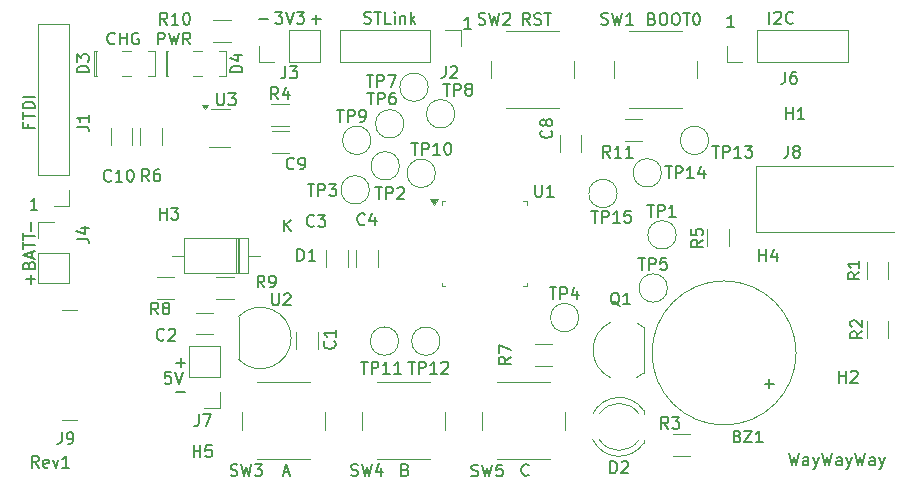
<source format=gbr>
%TF.GenerationSoftware,KiCad,Pcbnew,8.0.4*%
%TF.CreationDate,2024-08-25T14:26:38+02:00*%
%TF.ProjectId,cooking_thermometer,636f6f6b-696e-4675-9f74-6865726d6f6d,rev?*%
%TF.SameCoordinates,Original*%
%TF.FileFunction,Legend,Top*%
%TF.FilePolarity,Positive*%
%FSLAX46Y46*%
G04 Gerber Fmt 4.6, Leading zero omitted, Abs format (unit mm)*
G04 Created by KiCad (PCBNEW 8.0.4) date 2024-08-25 14:26:38*
%MOMM*%
%LPD*%
G01*
G04 APERTURE LIST*
%ADD10C,0.150000*%
%ADD11C,0.120000*%
%ADD12C,0.100000*%
G04 APERTURE END LIST*
D10*
X212728571Y-113754819D02*
X212966666Y-114754819D01*
X212966666Y-114754819D02*
X213157142Y-114040533D01*
X213157142Y-114040533D02*
X213347618Y-114754819D01*
X213347618Y-114754819D02*
X213585714Y-113754819D01*
X214395237Y-114754819D02*
X214395237Y-114231009D01*
X214395237Y-114231009D02*
X214347618Y-114135771D01*
X214347618Y-114135771D02*
X214252380Y-114088152D01*
X214252380Y-114088152D02*
X214061904Y-114088152D01*
X214061904Y-114088152D02*
X213966666Y-114135771D01*
X214395237Y-114707200D02*
X214299999Y-114754819D01*
X214299999Y-114754819D02*
X214061904Y-114754819D01*
X214061904Y-114754819D02*
X213966666Y-114707200D01*
X213966666Y-114707200D02*
X213919047Y-114611961D01*
X213919047Y-114611961D02*
X213919047Y-114516723D01*
X213919047Y-114516723D02*
X213966666Y-114421485D01*
X213966666Y-114421485D02*
X214061904Y-114373866D01*
X214061904Y-114373866D02*
X214299999Y-114373866D01*
X214299999Y-114373866D02*
X214395237Y-114326247D01*
X214776190Y-114088152D02*
X215014285Y-114754819D01*
X215252380Y-114088152D02*
X215014285Y-114754819D01*
X215014285Y-114754819D02*
X214919047Y-114992914D01*
X214919047Y-114992914D02*
X214871428Y-115040533D01*
X214871428Y-115040533D02*
X214776190Y-115088152D01*
X215538095Y-113754819D02*
X215776190Y-114754819D01*
X215776190Y-114754819D02*
X215966666Y-114040533D01*
X215966666Y-114040533D02*
X216157142Y-114754819D01*
X216157142Y-114754819D02*
X216395238Y-113754819D01*
X217204761Y-114754819D02*
X217204761Y-114231009D01*
X217204761Y-114231009D02*
X217157142Y-114135771D01*
X217157142Y-114135771D02*
X217061904Y-114088152D01*
X217061904Y-114088152D02*
X216871428Y-114088152D01*
X216871428Y-114088152D02*
X216776190Y-114135771D01*
X217204761Y-114707200D02*
X217109523Y-114754819D01*
X217109523Y-114754819D02*
X216871428Y-114754819D01*
X216871428Y-114754819D02*
X216776190Y-114707200D01*
X216776190Y-114707200D02*
X216728571Y-114611961D01*
X216728571Y-114611961D02*
X216728571Y-114516723D01*
X216728571Y-114516723D02*
X216776190Y-114421485D01*
X216776190Y-114421485D02*
X216871428Y-114373866D01*
X216871428Y-114373866D02*
X217109523Y-114373866D01*
X217109523Y-114373866D02*
X217204761Y-114326247D01*
X217585714Y-114088152D02*
X217823809Y-114754819D01*
X218061904Y-114088152D02*
X217823809Y-114754819D01*
X217823809Y-114754819D02*
X217728571Y-114992914D01*
X217728571Y-114992914D02*
X217680952Y-115040533D01*
X217680952Y-115040533D02*
X217585714Y-115088152D01*
X218347619Y-113754819D02*
X218585714Y-114754819D01*
X218585714Y-114754819D02*
X218776190Y-114040533D01*
X218776190Y-114040533D02*
X218966666Y-114754819D01*
X218966666Y-114754819D02*
X219204762Y-113754819D01*
X220014285Y-114754819D02*
X220014285Y-114231009D01*
X220014285Y-114231009D02*
X219966666Y-114135771D01*
X219966666Y-114135771D02*
X219871428Y-114088152D01*
X219871428Y-114088152D02*
X219680952Y-114088152D01*
X219680952Y-114088152D02*
X219585714Y-114135771D01*
X220014285Y-114707200D02*
X219919047Y-114754819D01*
X219919047Y-114754819D02*
X219680952Y-114754819D01*
X219680952Y-114754819D02*
X219585714Y-114707200D01*
X219585714Y-114707200D02*
X219538095Y-114611961D01*
X219538095Y-114611961D02*
X219538095Y-114516723D01*
X219538095Y-114516723D02*
X219585714Y-114421485D01*
X219585714Y-114421485D02*
X219680952Y-114373866D01*
X219680952Y-114373866D02*
X219919047Y-114373866D01*
X219919047Y-114373866D02*
X220014285Y-114326247D01*
X220395238Y-114088152D02*
X220633333Y-114754819D01*
X220871428Y-114088152D02*
X220633333Y-114754819D01*
X220633333Y-114754819D02*
X220538095Y-114992914D01*
X220538095Y-114992914D02*
X220490476Y-115040533D01*
X220490476Y-115040533D02*
X220395238Y-115088152D01*
X149223809Y-114954819D02*
X148890476Y-114478628D01*
X148652381Y-114954819D02*
X148652381Y-113954819D01*
X148652381Y-113954819D02*
X149033333Y-113954819D01*
X149033333Y-113954819D02*
X149128571Y-114002438D01*
X149128571Y-114002438D02*
X149176190Y-114050057D01*
X149176190Y-114050057D02*
X149223809Y-114145295D01*
X149223809Y-114145295D02*
X149223809Y-114288152D01*
X149223809Y-114288152D02*
X149176190Y-114383390D01*
X149176190Y-114383390D02*
X149128571Y-114431009D01*
X149128571Y-114431009D02*
X149033333Y-114478628D01*
X149033333Y-114478628D02*
X148652381Y-114478628D01*
X150033333Y-114907200D02*
X149938095Y-114954819D01*
X149938095Y-114954819D02*
X149747619Y-114954819D01*
X149747619Y-114954819D02*
X149652381Y-114907200D01*
X149652381Y-114907200D02*
X149604762Y-114811961D01*
X149604762Y-114811961D02*
X149604762Y-114431009D01*
X149604762Y-114431009D02*
X149652381Y-114335771D01*
X149652381Y-114335771D02*
X149747619Y-114288152D01*
X149747619Y-114288152D02*
X149938095Y-114288152D01*
X149938095Y-114288152D02*
X150033333Y-114335771D01*
X150033333Y-114335771D02*
X150080952Y-114431009D01*
X150080952Y-114431009D02*
X150080952Y-114526247D01*
X150080952Y-114526247D02*
X149604762Y-114621485D01*
X150414286Y-114288152D02*
X150652381Y-114954819D01*
X150652381Y-114954819D02*
X150890476Y-114288152D01*
X151795238Y-114954819D02*
X151223810Y-114954819D01*
X151509524Y-114954819D02*
X151509524Y-113954819D01*
X151509524Y-113954819D02*
X151414286Y-114097676D01*
X151414286Y-114097676D02*
X151319048Y-114192914D01*
X151319048Y-114192914D02*
X151223810Y-114240533D01*
X208110588Y-77619819D02*
X207539160Y-77619819D01*
X207824874Y-77619819D02*
X207824874Y-76619819D01*
X207824874Y-76619819D02*
X207729636Y-76762676D01*
X207729636Y-76762676D02*
X207634398Y-76857914D01*
X207634398Y-76857914D02*
X207539160Y-76905533D01*
X211086779Y-77369819D02*
X211086779Y-76369819D01*
X211515350Y-76465057D02*
X211562969Y-76417438D01*
X211562969Y-76417438D02*
X211658207Y-76369819D01*
X211658207Y-76369819D02*
X211896302Y-76369819D01*
X211896302Y-76369819D02*
X211991540Y-76417438D01*
X211991540Y-76417438D02*
X212039159Y-76465057D01*
X212039159Y-76465057D02*
X212086778Y-76560295D01*
X212086778Y-76560295D02*
X212086778Y-76655533D01*
X212086778Y-76655533D02*
X212039159Y-76798390D01*
X212039159Y-76798390D02*
X211467731Y-77369819D01*
X211467731Y-77369819D02*
X212086778Y-77369819D01*
X213086778Y-77274580D02*
X213039159Y-77322200D01*
X213039159Y-77322200D02*
X212896302Y-77369819D01*
X212896302Y-77369819D02*
X212801064Y-77369819D01*
X212801064Y-77369819D02*
X212658207Y-77322200D01*
X212658207Y-77322200D02*
X212562969Y-77226961D01*
X212562969Y-77226961D02*
X212515350Y-77131723D01*
X212515350Y-77131723D02*
X212467731Y-76941247D01*
X212467731Y-76941247D02*
X212467731Y-76798390D01*
X212467731Y-76798390D02*
X212515350Y-76607914D01*
X212515350Y-76607914D02*
X212562969Y-76512676D01*
X212562969Y-76512676D02*
X212658207Y-76417438D01*
X212658207Y-76417438D02*
X212801064Y-76369819D01*
X212801064Y-76369819D02*
X212896302Y-76369819D01*
X212896302Y-76369819D02*
X213039159Y-76417438D01*
X213039159Y-76417438D02*
X213086778Y-76465057D01*
X190709523Y-115559580D02*
X190661904Y-115607200D01*
X190661904Y-115607200D02*
X190519047Y-115654819D01*
X190519047Y-115654819D02*
X190423809Y-115654819D01*
X190423809Y-115654819D02*
X190280952Y-115607200D01*
X190280952Y-115607200D02*
X190185714Y-115511961D01*
X190185714Y-115511961D02*
X190138095Y-115416723D01*
X190138095Y-115416723D02*
X190090476Y-115226247D01*
X190090476Y-115226247D02*
X190090476Y-115083390D01*
X190090476Y-115083390D02*
X190138095Y-114892914D01*
X190138095Y-114892914D02*
X190185714Y-114797676D01*
X190185714Y-114797676D02*
X190280952Y-114702438D01*
X190280952Y-114702438D02*
X190423809Y-114654819D01*
X190423809Y-114654819D02*
X190519047Y-114654819D01*
X190519047Y-114654819D02*
X190661904Y-114702438D01*
X190661904Y-114702438D02*
X190709523Y-114750057D01*
X148346009Y-85829887D02*
X148346009Y-86163220D01*
X148869819Y-86163220D02*
X147869819Y-86163220D01*
X147869819Y-86163220D02*
X147869819Y-85687030D01*
X147869819Y-85448934D02*
X147869819Y-84877506D01*
X148869819Y-85163220D02*
X147869819Y-85163220D01*
X148869819Y-84544172D02*
X147869819Y-84544172D01*
X147869819Y-84544172D02*
X147869819Y-84306077D01*
X147869819Y-84306077D02*
X147917438Y-84163220D01*
X147917438Y-84163220D02*
X148012676Y-84067982D01*
X148012676Y-84067982D02*
X148107914Y-84020363D01*
X148107914Y-84020363D02*
X148298390Y-83972744D01*
X148298390Y-83972744D02*
X148441247Y-83972744D01*
X148441247Y-83972744D02*
X148631723Y-84020363D01*
X148631723Y-84020363D02*
X148726961Y-84067982D01*
X148726961Y-84067982D02*
X148822200Y-84163220D01*
X148822200Y-84163220D02*
X148869819Y-84306077D01*
X148869819Y-84306077D02*
X148869819Y-84544172D01*
X148869819Y-83544172D02*
X147869819Y-83544172D01*
X160869048Y-106073866D02*
X161630953Y-106073866D01*
X161250000Y-106454819D02*
X161250000Y-105692914D01*
X201170112Y-76946009D02*
X201312969Y-76993628D01*
X201312969Y-76993628D02*
X201360588Y-77041247D01*
X201360588Y-77041247D02*
X201408207Y-77136485D01*
X201408207Y-77136485D02*
X201408207Y-77279342D01*
X201408207Y-77279342D02*
X201360588Y-77374580D01*
X201360588Y-77374580D02*
X201312969Y-77422200D01*
X201312969Y-77422200D02*
X201217731Y-77469819D01*
X201217731Y-77469819D02*
X200836779Y-77469819D01*
X200836779Y-77469819D02*
X200836779Y-76469819D01*
X200836779Y-76469819D02*
X201170112Y-76469819D01*
X201170112Y-76469819D02*
X201265350Y-76517438D01*
X201265350Y-76517438D02*
X201312969Y-76565057D01*
X201312969Y-76565057D02*
X201360588Y-76660295D01*
X201360588Y-76660295D02*
X201360588Y-76755533D01*
X201360588Y-76755533D02*
X201312969Y-76850771D01*
X201312969Y-76850771D02*
X201265350Y-76898390D01*
X201265350Y-76898390D02*
X201170112Y-76946009D01*
X201170112Y-76946009D02*
X200836779Y-76946009D01*
X202027255Y-76469819D02*
X202217731Y-76469819D01*
X202217731Y-76469819D02*
X202312969Y-76517438D01*
X202312969Y-76517438D02*
X202408207Y-76612676D01*
X202408207Y-76612676D02*
X202455826Y-76803152D01*
X202455826Y-76803152D02*
X202455826Y-77136485D01*
X202455826Y-77136485D02*
X202408207Y-77326961D01*
X202408207Y-77326961D02*
X202312969Y-77422200D01*
X202312969Y-77422200D02*
X202217731Y-77469819D01*
X202217731Y-77469819D02*
X202027255Y-77469819D01*
X202027255Y-77469819D02*
X201932017Y-77422200D01*
X201932017Y-77422200D02*
X201836779Y-77326961D01*
X201836779Y-77326961D02*
X201789160Y-77136485D01*
X201789160Y-77136485D02*
X201789160Y-76803152D01*
X201789160Y-76803152D02*
X201836779Y-76612676D01*
X201836779Y-76612676D02*
X201932017Y-76517438D01*
X201932017Y-76517438D02*
X202027255Y-76469819D01*
X203074874Y-76469819D02*
X203265350Y-76469819D01*
X203265350Y-76469819D02*
X203360588Y-76517438D01*
X203360588Y-76517438D02*
X203455826Y-76612676D01*
X203455826Y-76612676D02*
X203503445Y-76803152D01*
X203503445Y-76803152D02*
X203503445Y-77136485D01*
X203503445Y-77136485D02*
X203455826Y-77326961D01*
X203455826Y-77326961D02*
X203360588Y-77422200D01*
X203360588Y-77422200D02*
X203265350Y-77469819D01*
X203265350Y-77469819D02*
X203074874Y-77469819D01*
X203074874Y-77469819D02*
X202979636Y-77422200D01*
X202979636Y-77422200D02*
X202884398Y-77326961D01*
X202884398Y-77326961D02*
X202836779Y-77136485D01*
X202836779Y-77136485D02*
X202836779Y-76803152D01*
X202836779Y-76803152D02*
X202884398Y-76612676D01*
X202884398Y-76612676D02*
X202979636Y-76517438D01*
X202979636Y-76517438D02*
X203074874Y-76469819D01*
X203789160Y-76469819D02*
X204360588Y-76469819D01*
X204074874Y-77469819D02*
X204074874Y-76469819D01*
X204884398Y-76469819D02*
X204979636Y-76469819D01*
X204979636Y-76469819D02*
X205074874Y-76517438D01*
X205074874Y-76517438D02*
X205122493Y-76565057D01*
X205122493Y-76565057D02*
X205170112Y-76660295D01*
X205170112Y-76660295D02*
X205217731Y-76850771D01*
X205217731Y-76850771D02*
X205217731Y-77088866D01*
X205217731Y-77088866D02*
X205170112Y-77279342D01*
X205170112Y-77279342D02*
X205122493Y-77374580D01*
X205122493Y-77374580D02*
X205074874Y-77422200D01*
X205074874Y-77422200D02*
X204979636Y-77469819D01*
X204979636Y-77469819D02*
X204884398Y-77469819D01*
X204884398Y-77469819D02*
X204789160Y-77422200D01*
X204789160Y-77422200D02*
X204741541Y-77374580D01*
X204741541Y-77374580D02*
X204693922Y-77279342D01*
X204693922Y-77279342D02*
X204646303Y-77088866D01*
X204646303Y-77088866D02*
X204646303Y-76850771D01*
X204646303Y-76850771D02*
X204693922Y-76660295D01*
X204693922Y-76660295D02*
X204741541Y-76565057D01*
X204741541Y-76565057D02*
X204789160Y-76517438D01*
X204789160Y-76517438D02*
X204884398Y-76469819D01*
X185832588Y-77787819D02*
X185261160Y-77787819D01*
X185546874Y-77787819D02*
X185546874Y-76787819D01*
X185546874Y-76787819D02*
X185451636Y-76930676D01*
X185451636Y-76930676D02*
X185356398Y-77025914D01*
X185356398Y-77025914D02*
X185261160Y-77073533D01*
X167836779Y-76988866D02*
X168598684Y-76988866D01*
X176789160Y-77322200D02*
X176932017Y-77369819D01*
X176932017Y-77369819D02*
X177170112Y-77369819D01*
X177170112Y-77369819D02*
X177265350Y-77322200D01*
X177265350Y-77322200D02*
X177312969Y-77274580D01*
X177312969Y-77274580D02*
X177360588Y-77179342D01*
X177360588Y-77179342D02*
X177360588Y-77084104D01*
X177360588Y-77084104D02*
X177312969Y-76988866D01*
X177312969Y-76988866D02*
X177265350Y-76941247D01*
X177265350Y-76941247D02*
X177170112Y-76893628D01*
X177170112Y-76893628D02*
X176979636Y-76846009D01*
X176979636Y-76846009D02*
X176884398Y-76798390D01*
X176884398Y-76798390D02*
X176836779Y-76750771D01*
X176836779Y-76750771D02*
X176789160Y-76655533D01*
X176789160Y-76655533D02*
X176789160Y-76560295D01*
X176789160Y-76560295D02*
X176836779Y-76465057D01*
X176836779Y-76465057D02*
X176884398Y-76417438D01*
X176884398Y-76417438D02*
X176979636Y-76369819D01*
X176979636Y-76369819D02*
X177217731Y-76369819D01*
X177217731Y-76369819D02*
X177360588Y-76417438D01*
X177646303Y-76369819D02*
X178217731Y-76369819D01*
X177932017Y-77369819D02*
X177932017Y-76369819D01*
X179027255Y-77369819D02*
X178551065Y-77369819D01*
X178551065Y-77369819D02*
X178551065Y-76369819D01*
X179360589Y-77369819D02*
X179360589Y-76703152D01*
X179360589Y-76369819D02*
X179312970Y-76417438D01*
X179312970Y-76417438D02*
X179360589Y-76465057D01*
X179360589Y-76465057D02*
X179408208Y-76417438D01*
X179408208Y-76417438D02*
X179360589Y-76369819D01*
X179360589Y-76369819D02*
X179360589Y-76465057D01*
X179836779Y-76703152D02*
X179836779Y-77369819D01*
X179836779Y-76798390D02*
X179884398Y-76750771D01*
X179884398Y-76750771D02*
X179979636Y-76703152D01*
X179979636Y-76703152D02*
X180122493Y-76703152D01*
X180122493Y-76703152D02*
X180217731Y-76750771D01*
X180217731Y-76750771D02*
X180265350Y-76846009D01*
X180265350Y-76846009D02*
X180265350Y-77369819D01*
X180741541Y-77369819D02*
X180741541Y-76369819D01*
X180836779Y-76988866D02*
X181122493Y-77369819D01*
X181122493Y-76703152D02*
X180741541Y-77084104D01*
X160869048Y-108573866D02*
X161630953Y-108573866D01*
X149110588Y-93119819D02*
X148539160Y-93119819D01*
X148824874Y-93119819D02*
X148824874Y-92119819D01*
X148824874Y-92119819D02*
X148729636Y-92262676D01*
X148729636Y-92262676D02*
X148634398Y-92357914D01*
X148634398Y-92357914D02*
X148539160Y-92405533D01*
X169241541Y-76369819D02*
X169860588Y-76369819D01*
X169860588Y-76369819D02*
X169527255Y-76750771D01*
X169527255Y-76750771D02*
X169670112Y-76750771D01*
X169670112Y-76750771D02*
X169765350Y-76798390D01*
X169765350Y-76798390D02*
X169812969Y-76846009D01*
X169812969Y-76846009D02*
X169860588Y-76941247D01*
X169860588Y-76941247D02*
X169860588Y-77179342D01*
X169860588Y-77179342D02*
X169812969Y-77274580D01*
X169812969Y-77274580D02*
X169765350Y-77322200D01*
X169765350Y-77322200D02*
X169670112Y-77369819D01*
X169670112Y-77369819D02*
X169384398Y-77369819D01*
X169384398Y-77369819D02*
X169289160Y-77322200D01*
X169289160Y-77322200D02*
X169241541Y-77274580D01*
X170146303Y-76369819D02*
X170479636Y-77369819D01*
X170479636Y-77369819D02*
X170812969Y-76369819D01*
X171051065Y-76369819D02*
X171670112Y-76369819D01*
X171670112Y-76369819D02*
X171336779Y-76750771D01*
X171336779Y-76750771D02*
X171479636Y-76750771D01*
X171479636Y-76750771D02*
X171574874Y-76798390D01*
X171574874Y-76798390D02*
X171622493Y-76846009D01*
X171622493Y-76846009D02*
X171670112Y-76941247D01*
X171670112Y-76941247D02*
X171670112Y-77179342D01*
X171670112Y-77179342D02*
X171622493Y-77274580D01*
X171622493Y-77274580D02*
X171574874Y-77322200D01*
X171574874Y-77322200D02*
X171479636Y-77369819D01*
X171479636Y-77369819D02*
X171193922Y-77369819D01*
X171193922Y-77369819D02*
X171098684Y-77322200D01*
X171098684Y-77322200D02*
X171051065Y-77274580D01*
X148402009Y-97805887D02*
X148449628Y-97663030D01*
X148449628Y-97663030D02*
X148497247Y-97615411D01*
X148497247Y-97615411D02*
X148592485Y-97567792D01*
X148592485Y-97567792D02*
X148735342Y-97567792D01*
X148735342Y-97567792D02*
X148830580Y-97615411D01*
X148830580Y-97615411D02*
X148878200Y-97663030D01*
X148878200Y-97663030D02*
X148925819Y-97758268D01*
X148925819Y-97758268D02*
X148925819Y-98139220D01*
X148925819Y-98139220D02*
X147925819Y-98139220D01*
X147925819Y-98139220D02*
X147925819Y-97805887D01*
X147925819Y-97805887D02*
X147973438Y-97710649D01*
X147973438Y-97710649D02*
X148021057Y-97663030D01*
X148021057Y-97663030D02*
X148116295Y-97615411D01*
X148116295Y-97615411D02*
X148211533Y-97615411D01*
X148211533Y-97615411D02*
X148306771Y-97663030D01*
X148306771Y-97663030D02*
X148354390Y-97710649D01*
X148354390Y-97710649D02*
X148402009Y-97805887D01*
X148402009Y-97805887D02*
X148402009Y-98139220D01*
X148640104Y-97186839D02*
X148640104Y-96710649D01*
X148925819Y-97282077D02*
X147925819Y-96948744D01*
X147925819Y-96948744D02*
X148925819Y-96615411D01*
X147925819Y-96424934D02*
X147925819Y-95853506D01*
X148925819Y-96139220D02*
X147925819Y-96139220D01*
X147925819Y-95663029D02*
X147925819Y-95091601D01*
X148925819Y-95377315D02*
X147925819Y-95377315D01*
X148544866Y-99389220D02*
X148544866Y-98627316D01*
X148925819Y-99008268D02*
X148163914Y-99008268D01*
X190808207Y-77469819D02*
X190474874Y-76993628D01*
X190236779Y-77469819D02*
X190236779Y-76469819D01*
X190236779Y-76469819D02*
X190617731Y-76469819D01*
X190617731Y-76469819D02*
X190712969Y-76517438D01*
X190712969Y-76517438D02*
X190760588Y-76565057D01*
X190760588Y-76565057D02*
X190808207Y-76660295D01*
X190808207Y-76660295D02*
X190808207Y-76803152D01*
X190808207Y-76803152D02*
X190760588Y-76898390D01*
X190760588Y-76898390D02*
X190712969Y-76946009D01*
X190712969Y-76946009D02*
X190617731Y-76993628D01*
X190617731Y-76993628D02*
X190236779Y-76993628D01*
X191189160Y-77422200D02*
X191332017Y-77469819D01*
X191332017Y-77469819D02*
X191570112Y-77469819D01*
X191570112Y-77469819D02*
X191665350Y-77422200D01*
X191665350Y-77422200D02*
X191712969Y-77374580D01*
X191712969Y-77374580D02*
X191760588Y-77279342D01*
X191760588Y-77279342D02*
X191760588Y-77184104D01*
X191760588Y-77184104D02*
X191712969Y-77088866D01*
X191712969Y-77088866D02*
X191665350Y-77041247D01*
X191665350Y-77041247D02*
X191570112Y-76993628D01*
X191570112Y-76993628D02*
X191379636Y-76946009D01*
X191379636Y-76946009D02*
X191284398Y-76898390D01*
X191284398Y-76898390D02*
X191236779Y-76850771D01*
X191236779Y-76850771D02*
X191189160Y-76755533D01*
X191189160Y-76755533D02*
X191189160Y-76660295D01*
X191189160Y-76660295D02*
X191236779Y-76565057D01*
X191236779Y-76565057D02*
X191284398Y-76517438D01*
X191284398Y-76517438D02*
X191379636Y-76469819D01*
X191379636Y-76469819D02*
X191617731Y-76469819D01*
X191617731Y-76469819D02*
X191760588Y-76517438D01*
X192046303Y-76469819D02*
X192617731Y-76469819D01*
X192332017Y-77469819D02*
X192332017Y-76469819D01*
X155658207Y-79024580D02*
X155610588Y-79072200D01*
X155610588Y-79072200D02*
X155467731Y-79119819D01*
X155467731Y-79119819D02*
X155372493Y-79119819D01*
X155372493Y-79119819D02*
X155229636Y-79072200D01*
X155229636Y-79072200D02*
X155134398Y-78976961D01*
X155134398Y-78976961D02*
X155086779Y-78881723D01*
X155086779Y-78881723D02*
X155039160Y-78691247D01*
X155039160Y-78691247D02*
X155039160Y-78548390D01*
X155039160Y-78548390D02*
X155086779Y-78357914D01*
X155086779Y-78357914D02*
X155134398Y-78262676D01*
X155134398Y-78262676D02*
X155229636Y-78167438D01*
X155229636Y-78167438D02*
X155372493Y-78119819D01*
X155372493Y-78119819D02*
X155467731Y-78119819D01*
X155467731Y-78119819D02*
X155610588Y-78167438D01*
X155610588Y-78167438D02*
X155658207Y-78215057D01*
X156086779Y-79119819D02*
X156086779Y-78119819D01*
X156086779Y-78596009D02*
X156658207Y-78596009D01*
X156658207Y-79119819D02*
X156658207Y-78119819D01*
X157658207Y-78167438D02*
X157562969Y-78119819D01*
X157562969Y-78119819D02*
X157420112Y-78119819D01*
X157420112Y-78119819D02*
X157277255Y-78167438D01*
X157277255Y-78167438D02*
X157182017Y-78262676D01*
X157182017Y-78262676D02*
X157134398Y-78357914D01*
X157134398Y-78357914D02*
X157086779Y-78548390D01*
X157086779Y-78548390D02*
X157086779Y-78691247D01*
X157086779Y-78691247D02*
X157134398Y-78881723D01*
X157134398Y-78881723D02*
X157182017Y-78976961D01*
X157182017Y-78976961D02*
X157277255Y-79072200D01*
X157277255Y-79072200D02*
X157420112Y-79119819D01*
X157420112Y-79119819D02*
X157515350Y-79119819D01*
X157515350Y-79119819D02*
X157658207Y-79072200D01*
X157658207Y-79072200D02*
X157705826Y-79024580D01*
X157705826Y-79024580D02*
X157705826Y-78691247D01*
X157705826Y-78691247D02*
X157515350Y-78691247D01*
X172336779Y-76988866D02*
X173098684Y-76988866D01*
X172717731Y-77369819D02*
X172717731Y-76607914D01*
X169961905Y-115369104D02*
X170438095Y-115369104D01*
X169866667Y-115654819D02*
X170200000Y-114654819D01*
X170200000Y-114654819D02*
X170533333Y-115654819D01*
X148544866Y-94889220D02*
X148544866Y-94127316D01*
X160409523Y-106854819D02*
X159933333Y-106854819D01*
X159933333Y-106854819D02*
X159885714Y-107331009D01*
X159885714Y-107331009D02*
X159933333Y-107283390D01*
X159933333Y-107283390D02*
X160028571Y-107235771D01*
X160028571Y-107235771D02*
X160266666Y-107235771D01*
X160266666Y-107235771D02*
X160361904Y-107283390D01*
X160361904Y-107283390D02*
X160409523Y-107331009D01*
X160409523Y-107331009D02*
X160457142Y-107426247D01*
X160457142Y-107426247D02*
X160457142Y-107664342D01*
X160457142Y-107664342D02*
X160409523Y-107759580D01*
X160409523Y-107759580D02*
X160361904Y-107807200D01*
X160361904Y-107807200D02*
X160266666Y-107854819D01*
X160266666Y-107854819D02*
X160028571Y-107854819D01*
X160028571Y-107854819D02*
X159933333Y-107807200D01*
X159933333Y-107807200D02*
X159885714Y-107759580D01*
X160742857Y-106854819D02*
X161076190Y-107854819D01*
X161076190Y-107854819D02*
X161409523Y-106854819D01*
X159336779Y-79119819D02*
X159336779Y-78119819D01*
X159336779Y-78119819D02*
X159717731Y-78119819D01*
X159717731Y-78119819D02*
X159812969Y-78167438D01*
X159812969Y-78167438D02*
X159860588Y-78215057D01*
X159860588Y-78215057D02*
X159908207Y-78310295D01*
X159908207Y-78310295D02*
X159908207Y-78453152D01*
X159908207Y-78453152D02*
X159860588Y-78548390D01*
X159860588Y-78548390D02*
X159812969Y-78596009D01*
X159812969Y-78596009D02*
X159717731Y-78643628D01*
X159717731Y-78643628D02*
X159336779Y-78643628D01*
X160241541Y-78119819D02*
X160479636Y-79119819D01*
X160479636Y-79119819D02*
X160670112Y-78405533D01*
X160670112Y-78405533D02*
X160860588Y-79119819D01*
X160860588Y-79119819D02*
X161098684Y-78119819D01*
X162051064Y-79119819D02*
X161717731Y-78643628D01*
X161479636Y-79119819D02*
X161479636Y-78119819D01*
X161479636Y-78119819D02*
X161860588Y-78119819D01*
X161860588Y-78119819D02*
X161955826Y-78167438D01*
X161955826Y-78167438D02*
X162003445Y-78215057D01*
X162003445Y-78215057D02*
X162051064Y-78310295D01*
X162051064Y-78310295D02*
X162051064Y-78453152D01*
X162051064Y-78453152D02*
X162003445Y-78548390D01*
X162003445Y-78548390D02*
X161955826Y-78596009D01*
X161955826Y-78596009D02*
X161860588Y-78643628D01*
X161860588Y-78643628D02*
X161479636Y-78643628D01*
X180271428Y-115131009D02*
X180414285Y-115178628D01*
X180414285Y-115178628D02*
X180461904Y-115226247D01*
X180461904Y-115226247D02*
X180509523Y-115321485D01*
X180509523Y-115321485D02*
X180509523Y-115464342D01*
X180509523Y-115464342D02*
X180461904Y-115559580D01*
X180461904Y-115559580D02*
X180414285Y-115607200D01*
X180414285Y-115607200D02*
X180319047Y-115654819D01*
X180319047Y-115654819D02*
X179938095Y-115654819D01*
X179938095Y-115654819D02*
X179938095Y-114654819D01*
X179938095Y-114654819D02*
X180271428Y-114654819D01*
X180271428Y-114654819D02*
X180366666Y-114702438D01*
X180366666Y-114702438D02*
X180414285Y-114750057D01*
X180414285Y-114750057D02*
X180461904Y-114845295D01*
X180461904Y-114845295D02*
X180461904Y-114940533D01*
X180461904Y-114940533D02*
X180414285Y-115035771D01*
X180414285Y-115035771D02*
X180366666Y-115083390D01*
X180366666Y-115083390D02*
X180271428Y-115131009D01*
X180271428Y-115131009D02*
X179938095Y-115131009D01*
X177738095Y-91204819D02*
X178309523Y-91204819D01*
X178023809Y-92204819D02*
X178023809Y-91204819D01*
X178642857Y-92204819D02*
X178642857Y-91204819D01*
X178642857Y-91204819D02*
X179023809Y-91204819D01*
X179023809Y-91204819D02*
X179119047Y-91252438D01*
X179119047Y-91252438D02*
X179166666Y-91300057D01*
X179166666Y-91300057D02*
X179214285Y-91395295D01*
X179214285Y-91395295D02*
X179214285Y-91538152D01*
X179214285Y-91538152D02*
X179166666Y-91633390D01*
X179166666Y-91633390D02*
X179119047Y-91681009D01*
X179119047Y-91681009D02*
X179023809Y-91728628D01*
X179023809Y-91728628D02*
X178642857Y-91728628D01*
X179595238Y-91300057D02*
X179642857Y-91252438D01*
X179642857Y-91252438D02*
X179738095Y-91204819D01*
X179738095Y-91204819D02*
X179976190Y-91204819D01*
X179976190Y-91204819D02*
X180071428Y-91252438D01*
X180071428Y-91252438D02*
X180119047Y-91300057D01*
X180119047Y-91300057D02*
X180166666Y-91395295D01*
X180166666Y-91395295D02*
X180166666Y-91490533D01*
X180166666Y-91490533D02*
X180119047Y-91633390D01*
X180119047Y-91633390D02*
X179547619Y-92204819D01*
X179547619Y-92204819D02*
X180166666Y-92204819D01*
X202525333Y-111664819D02*
X202192000Y-111188628D01*
X201953905Y-111664819D02*
X201953905Y-110664819D01*
X201953905Y-110664819D02*
X202334857Y-110664819D01*
X202334857Y-110664819D02*
X202430095Y-110712438D01*
X202430095Y-110712438D02*
X202477714Y-110760057D01*
X202477714Y-110760057D02*
X202525333Y-110855295D01*
X202525333Y-110855295D02*
X202525333Y-110998152D01*
X202525333Y-110998152D02*
X202477714Y-111093390D01*
X202477714Y-111093390D02*
X202430095Y-111141009D01*
X202430095Y-111141009D02*
X202334857Y-111188628D01*
X202334857Y-111188628D02*
X201953905Y-111188628D01*
X202858667Y-110664819D02*
X203477714Y-110664819D01*
X203477714Y-110664819D02*
X203144381Y-111045771D01*
X203144381Y-111045771D02*
X203287238Y-111045771D01*
X203287238Y-111045771D02*
X203382476Y-111093390D01*
X203382476Y-111093390D02*
X203430095Y-111141009D01*
X203430095Y-111141009D02*
X203477714Y-111236247D01*
X203477714Y-111236247D02*
X203477714Y-111474342D01*
X203477714Y-111474342D02*
X203430095Y-111569580D01*
X203430095Y-111569580D02*
X203382476Y-111617200D01*
X203382476Y-111617200D02*
X203287238Y-111664819D01*
X203287238Y-111664819D02*
X203001524Y-111664819D01*
X203001524Y-111664819D02*
X202906286Y-111617200D01*
X202906286Y-111617200D02*
X202858667Y-111569580D01*
X212488095Y-85454819D02*
X212488095Y-84454819D01*
X212488095Y-84931009D02*
X213059523Y-84931009D01*
X213059523Y-85454819D02*
X213059523Y-84454819D01*
X214059523Y-85454819D02*
X213488095Y-85454819D01*
X213773809Y-85454819D02*
X213773809Y-84454819D01*
X213773809Y-84454819D02*
X213678571Y-84597676D01*
X213678571Y-84597676D02*
X213583333Y-84692914D01*
X213583333Y-84692914D02*
X213488095Y-84740533D01*
X175666667Y-115607200D02*
X175809524Y-115654819D01*
X175809524Y-115654819D02*
X176047619Y-115654819D01*
X176047619Y-115654819D02*
X176142857Y-115607200D01*
X176142857Y-115607200D02*
X176190476Y-115559580D01*
X176190476Y-115559580D02*
X176238095Y-115464342D01*
X176238095Y-115464342D02*
X176238095Y-115369104D01*
X176238095Y-115369104D02*
X176190476Y-115273866D01*
X176190476Y-115273866D02*
X176142857Y-115226247D01*
X176142857Y-115226247D02*
X176047619Y-115178628D01*
X176047619Y-115178628D02*
X175857143Y-115131009D01*
X175857143Y-115131009D02*
X175761905Y-115083390D01*
X175761905Y-115083390D02*
X175714286Y-115035771D01*
X175714286Y-115035771D02*
X175666667Y-114940533D01*
X175666667Y-114940533D02*
X175666667Y-114845295D01*
X175666667Y-114845295D02*
X175714286Y-114750057D01*
X175714286Y-114750057D02*
X175761905Y-114702438D01*
X175761905Y-114702438D02*
X175857143Y-114654819D01*
X175857143Y-114654819D02*
X176095238Y-114654819D01*
X176095238Y-114654819D02*
X176238095Y-114702438D01*
X176571429Y-114654819D02*
X176809524Y-115654819D01*
X176809524Y-115654819D02*
X177000000Y-114940533D01*
X177000000Y-114940533D02*
X177190476Y-115654819D01*
X177190476Y-115654819D02*
X177428572Y-114654819D01*
X178238095Y-114988152D02*
X178238095Y-115654819D01*
X178000000Y-114607200D02*
X177761905Y-115321485D01*
X177761905Y-115321485D02*
X178380952Y-115321485D01*
X159333333Y-101982819D02*
X159000000Y-101506628D01*
X158761905Y-101982819D02*
X158761905Y-100982819D01*
X158761905Y-100982819D02*
X159142857Y-100982819D01*
X159142857Y-100982819D02*
X159238095Y-101030438D01*
X159238095Y-101030438D02*
X159285714Y-101078057D01*
X159285714Y-101078057D02*
X159333333Y-101173295D01*
X159333333Y-101173295D02*
X159333333Y-101316152D01*
X159333333Y-101316152D02*
X159285714Y-101411390D01*
X159285714Y-101411390D02*
X159238095Y-101459009D01*
X159238095Y-101459009D02*
X159142857Y-101506628D01*
X159142857Y-101506628D02*
X158761905Y-101506628D01*
X159904762Y-101411390D02*
X159809524Y-101363771D01*
X159809524Y-101363771D02*
X159761905Y-101316152D01*
X159761905Y-101316152D02*
X159714286Y-101220914D01*
X159714286Y-101220914D02*
X159714286Y-101173295D01*
X159714286Y-101173295D02*
X159761905Y-101078057D01*
X159761905Y-101078057D02*
X159809524Y-101030438D01*
X159809524Y-101030438D02*
X159904762Y-100982819D01*
X159904762Y-100982819D02*
X160095238Y-100982819D01*
X160095238Y-100982819D02*
X160190476Y-101030438D01*
X160190476Y-101030438D02*
X160238095Y-101078057D01*
X160238095Y-101078057D02*
X160285714Y-101173295D01*
X160285714Y-101173295D02*
X160285714Y-101220914D01*
X160285714Y-101220914D02*
X160238095Y-101316152D01*
X160238095Y-101316152D02*
X160190476Y-101363771D01*
X160190476Y-101363771D02*
X160095238Y-101411390D01*
X160095238Y-101411390D02*
X159904762Y-101411390D01*
X159904762Y-101411390D02*
X159809524Y-101459009D01*
X159809524Y-101459009D02*
X159761905Y-101506628D01*
X159761905Y-101506628D02*
X159714286Y-101601866D01*
X159714286Y-101601866D02*
X159714286Y-101792342D01*
X159714286Y-101792342D02*
X159761905Y-101887580D01*
X159761905Y-101887580D02*
X159809524Y-101935200D01*
X159809524Y-101935200D02*
X159904762Y-101982819D01*
X159904762Y-101982819D02*
X160095238Y-101982819D01*
X160095238Y-101982819D02*
X160190476Y-101935200D01*
X160190476Y-101935200D02*
X160238095Y-101887580D01*
X160238095Y-101887580D02*
X160285714Y-101792342D01*
X160285714Y-101792342D02*
X160285714Y-101601866D01*
X160285714Y-101601866D02*
X160238095Y-101506628D01*
X160238095Y-101506628D02*
X160190476Y-101459009D01*
X160190476Y-101459009D02*
X160095238Y-101411390D01*
X185866667Y-115657200D02*
X186009524Y-115704819D01*
X186009524Y-115704819D02*
X186247619Y-115704819D01*
X186247619Y-115704819D02*
X186342857Y-115657200D01*
X186342857Y-115657200D02*
X186390476Y-115609580D01*
X186390476Y-115609580D02*
X186438095Y-115514342D01*
X186438095Y-115514342D02*
X186438095Y-115419104D01*
X186438095Y-115419104D02*
X186390476Y-115323866D01*
X186390476Y-115323866D02*
X186342857Y-115276247D01*
X186342857Y-115276247D02*
X186247619Y-115228628D01*
X186247619Y-115228628D02*
X186057143Y-115181009D01*
X186057143Y-115181009D02*
X185961905Y-115133390D01*
X185961905Y-115133390D02*
X185914286Y-115085771D01*
X185914286Y-115085771D02*
X185866667Y-114990533D01*
X185866667Y-114990533D02*
X185866667Y-114895295D01*
X185866667Y-114895295D02*
X185914286Y-114800057D01*
X185914286Y-114800057D02*
X185961905Y-114752438D01*
X185961905Y-114752438D02*
X186057143Y-114704819D01*
X186057143Y-114704819D02*
X186295238Y-114704819D01*
X186295238Y-114704819D02*
X186438095Y-114752438D01*
X186771429Y-114704819D02*
X187009524Y-115704819D01*
X187009524Y-115704819D02*
X187200000Y-114990533D01*
X187200000Y-114990533D02*
X187390476Y-115704819D01*
X187390476Y-115704819D02*
X187628572Y-114704819D01*
X188485714Y-114704819D02*
X188009524Y-114704819D01*
X188009524Y-114704819D02*
X187961905Y-115181009D01*
X187961905Y-115181009D02*
X188009524Y-115133390D01*
X188009524Y-115133390D02*
X188104762Y-115085771D01*
X188104762Y-115085771D02*
X188342857Y-115085771D01*
X188342857Y-115085771D02*
X188438095Y-115133390D01*
X188438095Y-115133390D02*
X188485714Y-115181009D01*
X188485714Y-115181009D02*
X188533333Y-115276247D01*
X188533333Y-115276247D02*
X188533333Y-115514342D01*
X188533333Y-115514342D02*
X188485714Y-115609580D01*
X188485714Y-115609580D02*
X188438095Y-115657200D01*
X188438095Y-115657200D02*
X188342857Y-115704819D01*
X188342857Y-115704819D02*
X188104762Y-115704819D01*
X188104762Y-115704819D02*
X188009524Y-115657200D01*
X188009524Y-115657200D02*
X187961905Y-115609580D01*
X191262095Y-91021819D02*
X191262095Y-91831342D01*
X191262095Y-91831342D02*
X191309714Y-91926580D01*
X191309714Y-91926580D02*
X191357333Y-91974200D01*
X191357333Y-91974200D02*
X191452571Y-92021819D01*
X191452571Y-92021819D02*
X191643047Y-92021819D01*
X191643047Y-92021819D02*
X191738285Y-91974200D01*
X191738285Y-91974200D02*
X191785904Y-91926580D01*
X191785904Y-91926580D02*
X191833523Y-91831342D01*
X191833523Y-91831342D02*
X191833523Y-91021819D01*
X192833523Y-92021819D02*
X192262095Y-92021819D01*
X192547809Y-92021819D02*
X192547809Y-91021819D01*
X192547809Y-91021819D02*
X192452571Y-91164676D01*
X192452571Y-91164676D02*
X192357333Y-91259914D01*
X192357333Y-91259914D02*
X192262095Y-91307533D01*
X155353142Y-90637580D02*
X155305523Y-90685200D01*
X155305523Y-90685200D02*
X155162666Y-90732819D01*
X155162666Y-90732819D02*
X155067428Y-90732819D01*
X155067428Y-90732819D02*
X154924571Y-90685200D01*
X154924571Y-90685200D02*
X154829333Y-90589961D01*
X154829333Y-90589961D02*
X154781714Y-90494723D01*
X154781714Y-90494723D02*
X154734095Y-90304247D01*
X154734095Y-90304247D02*
X154734095Y-90161390D01*
X154734095Y-90161390D02*
X154781714Y-89970914D01*
X154781714Y-89970914D02*
X154829333Y-89875676D01*
X154829333Y-89875676D02*
X154924571Y-89780438D01*
X154924571Y-89780438D02*
X155067428Y-89732819D01*
X155067428Y-89732819D02*
X155162666Y-89732819D01*
X155162666Y-89732819D02*
X155305523Y-89780438D01*
X155305523Y-89780438D02*
X155353142Y-89828057D01*
X156305523Y-90732819D02*
X155734095Y-90732819D01*
X156019809Y-90732819D02*
X156019809Y-89732819D01*
X156019809Y-89732819D02*
X155924571Y-89875676D01*
X155924571Y-89875676D02*
X155829333Y-89970914D01*
X155829333Y-89970914D02*
X155734095Y-90018533D01*
X156924571Y-89732819D02*
X157019809Y-89732819D01*
X157019809Y-89732819D02*
X157115047Y-89780438D01*
X157115047Y-89780438D02*
X157162666Y-89828057D01*
X157162666Y-89828057D02*
X157210285Y-89923295D01*
X157210285Y-89923295D02*
X157257904Y-90113771D01*
X157257904Y-90113771D02*
X157257904Y-90351866D01*
X157257904Y-90351866D02*
X157210285Y-90542342D01*
X157210285Y-90542342D02*
X157162666Y-90637580D01*
X157162666Y-90637580D02*
X157115047Y-90685200D01*
X157115047Y-90685200D02*
X157019809Y-90732819D01*
X157019809Y-90732819D02*
X156924571Y-90732819D01*
X156924571Y-90732819D02*
X156829333Y-90685200D01*
X156829333Y-90685200D02*
X156781714Y-90637580D01*
X156781714Y-90637580D02*
X156734095Y-90542342D01*
X156734095Y-90542342D02*
X156686476Y-90351866D01*
X156686476Y-90351866D02*
X156686476Y-90113771D01*
X156686476Y-90113771D02*
X156734095Y-89923295D01*
X156734095Y-89923295D02*
X156781714Y-89828057D01*
X156781714Y-89828057D02*
X156829333Y-89780438D01*
X156829333Y-89780438D02*
X156924571Y-89732819D01*
X170100666Y-80988819D02*
X170100666Y-81703104D01*
X170100666Y-81703104D02*
X170053047Y-81845961D01*
X170053047Y-81845961D02*
X169957809Y-81941200D01*
X169957809Y-81941200D02*
X169814952Y-81988819D01*
X169814952Y-81988819D02*
X169719714Y-81988819D01*
X170481619Y-80988819D02*
X171100666Y-80988819D01*
X171100666Y-80988819D02*
X170767333Y-81369771D01*
X170767333Y-81369771D02*
X170910190Y-81369771D01*
X170910190Y-81369771D02*
X171005428Y-81417390D01*
X171005428Y-81417390D02*
X171053047Y-81465009D01*
X171053047Y-81465009D02*
X171100666Y-81560247D01*
X171100666Y-81560247D02*
X171100666Y-81798342D01*
X171100666Y-81798342D02*
X171053047Y-81893580D01*
X171053047Y-81893580D02*
X171005428Y-81941200D01*
X171005428Y-81941200D02*
X170910190Y-81988819D01*
X170910190Y-81988819D02*
X170624476Y-81988819D01*
X170624476Y-81988819D02*
X170529238Y-81941200D01*
X170529238Y-81941200D02*
X170481619Y-81893580D01*
X183488095Y-82456819D02*
X184059523Y-82456819D01*
X183773809Y-83456819D02*
X183773809Y-82456819D01*
X184392857Y-83456819D02*
X184392857Y-82456819D01*
X184392857Y-82456819D02*
X184773809Y-82456819D01*
X184773809Y-82456819D02*
X184869047Y-82504438D01*
X184869047Y-82504438D02*
X184916666Y-82552057D01*
X184916666Y-82552057D02*
X184964285Y-82647295D01*
X184964285Y-82647295D02*
X184964285Y-82790152D01*
X184964285Y-82790152D02*
X184916666Y-82885390D01*
X184916666Y-82885390D02*
X184869047Y-82933009D01*
X184869047Y-82933009D02*
X184773809Y-82980628D01*
X184773809Y-82980628D02*
X184392857Y-82980628D01*
X185535714Y-82885390D02*
X185440476Y-82837771D01*
X185440476Y-82837771D02*
X185392857Y-82790152D01*
X185392857Y-82790152D02*
X185345238Y-82694914D01*
X185345238Y-82694914D02*
X185345238Y-82647295D01*
X185345238Y-82647295D02*
X185392857Y-82552057D01*
X185392857Y-82552057D02*
X185440476Y-82504438D01*
X185440476Y-82504438D02*
X185535714Y-82456819D01*
X185535714Y-82456819D02*
X185726190Y-82456819D01*
X185726190Y-82456819D02*
X185821428Y-82504438D01*
X185821428Y-82504438D02*
X185869047Y-82552057D01*
X185869047Y-82552057D02*
X185916666Y-82647295D01*
X185916666Y-82647295D02*
X185916666Y-82694914D01*
X185916666Y-82694914D02*
X185869047Y-82790152D01*
X185869047Y-82790152D02*
X185821428Y-82837771D01*
X185821428Y-82837771D02*
X185726190Y-82885390D01*
X185726190Y-82885390D02*
X185535714Y-82885390D01*
X185535714Y-82885390D02*
X185440476Y-82933009D01*
X185440476Y-82933009D02*
X185392857Y-82980628D01*
X185392857Y-82980628D02*
X185345238Y-83075866D01*
X185345238Y-83075866D02*
X185345238Y-83266342D01*
X185345238Y-83266342D02*
X185392857Y-83361580D01*
X185392857Y-83361580D02*
X185440476Y-83409200D01*
X185440476Y-83409200D02*
X185535714Y-83456819D01*
X185535714Y-83456819D02*
X185726190Y-83456819D01*
X185726190Y-83456819D02*
X185821428Y-83409200D01*
X185821428Y-83409200D02*
X185869047Y-83361580D01*
X185869047Y-83361580D02*
X185916666Y-83266342D01*
X185916666Y-83266342D02*
X185916666Y-83075866D01*
X185916666Y-83075866D02*
X185869047Y-82980628D01*
X185869047Y-82980628D02*
X185821428Y-82933009D01*
X185821428Y-82933009D02*
X185726190Y-82885390D01*
X205454819Y-95666666D02*
X204978628Y-95999999D01*
X205454819Y-96238094D02*
X204454819Y-96238094D01*
X204454819Y-96238094D02*
X204454819Y-95857142D01*
X204454819Y-95857142D02*
X204502438Y-95761904D01*
X204502438Y-95761904D02*
X204550057Y-95714285D01*
X204550057Y-95714285D02*
X204645295Y-95666666D01*
X204645295Y-95666666D02*
X204788152Y-95666666D01*
X204788152Y-95666666D02*
X204883390Y-95714285D01*
X204883390Y-95714285D02*
X204931009Y-95761904D01*
X204931009Y-95761904D02*
X204978628Y-95857142D01*
X204978628Y-95857142D02*
X204978628Y-96238094D01*
X204454819Y-94761904D02*
X204454819Y-95238094D01*
X204454819Y-95238094D02*
X204931009Y-95285713D01*
X204931009Y-95285713D02*
X204883390Y-95238094D01*
X204883390Y-95238094D02*
X204835771Y-95142856D01*
X204835771Y-95142856D02*
X204835771Y-94904761D01*
X204835771Y-94904761D02*
X204883390Y-94809523D01*
X204883390Y-94809523D02*
X204931009Y-94761904D01*
X204931009Y-94761904D02*
X205026247Y-94714285D01*
X205026247Y-94714285D02*
X205264342Y-94714285D01*
X205264342Y-94714285D02*
X205359580Y-94761904D01*
X205359580Y-94761904D02*
X205407200Y-94809523D01*
X205407200Y-94809523D02*
X205454819Y-94904761D01*
X205454819Y-94904761D02*
X205454819Y-95142856D01*
X205454819Y-95142856D02*
X205407200Y-95238094D01*
X205407200Y-95238094D02*
X205359580Y-95285713D01*
X168333333Y-99704819D02*
X168000000Y-99228628D01*
X167761905Y-99704819D02*
X167761905Y-98704819D01*
X167761905Y-98704819D02*
X168142857Y-98704819D01*
X168142857Y-98704819D02*
X168238095Y-98752438D01*
X168238095Y-98752438D02*
X168285714Y-98800057D01*
X168285714Y-98800057D02*
X168333333Y-98895295D01*
X168333333Y-98895295D02*
X168333333Y-99038152D01*
X168333333Y-99038152D02*
X168285714Y-99133390D01*
X168285714Y-99133390D02*
X168238095Y-99181009D01*
X168238095Y-99181009D02*
X168142857Y-99228628D01*
X168142857Y-99228628D02*
X167761905Y-99228628D01*
X168809524Y-99704819D02*
X169000000Y-99704819D01*
X169000000Y-99704819D02*
X169095238Y-99657200D01*
X169095238Y-99657200D02*
X169142857Y-99609580D01*
X169142857Y-99609580D02*
X169238095Y-99466723D01*
X169238095Y-99466723D02*
X169285714Y-99276247D01*
X169285714Y-99276247D02*
X169285714Y-98895295D01*
X169285714Y-98895295D02*
X169238095Y-98800057D01*
X169238095Y-98800057D02*
X169190476Y-98752438D01*
X169190476Y-98752438D02*
X169095238Y-98704819D01*
X169095238Y-98704819D02*
X168904762Y-98704819D01*
X168904762Y-98704819D02*
X168809524Y-98752438D01*
X168809524Y-98752438D02*
X168761905Y-98800057D01*
X168761905Y-98800057D02*
X168714286Y-98895295D01*
X168714286Y-98895295D02*
X168714286Y-99133390D01*
X168714286Y-99133390D02*
X168761905Y-99228628D01*
X168761905Y-99228628D02*
X168809524Y-99276247D01*
X168809524Y-99276247D02*
X168904762Y-99323866D01*
X168904762Y-99323866D02*
X169095238Y-99323866D01*
X169095238Y-99323866D02*
X169190476Y-99276247D01*
X169190476Y-99276247D02*
X169238095Y-99228628D01*
X169238095Y-99228628D02*
X169285714Y-99133390D01*
X152454819Y-95583333D02*
X153169104Y-95583333D01*
X153169104Y-95583333D02*
X153311961Y-95630952D01*
X153311961Y-95630952D02*
X153407200Y-95726190D01*
X153407200Y-95726190D02*
X153454819Y-95869047D01*
X153454819Y-95869047D02*
X153454819Y-95964285D01*
X152788152Y-94678571D02*
X153454819Y-94678571D01*
X152407200Y-94916666D02*
X153121485Y-95154761D01*
X153121485Y-95154761D02*
X153121485Y-94535714D01*
X192609580Y-86416666D02*
X192657200Y-86464285D01*
X192657200Y-86464285D02*
X192704819Y-86607142D01*
X192704819Y-86607142D02*
X192704819Y-86702380D01*
X192704819Y-86702380D02*
X192657200Y-86845237D01*
X192657200Y-86845237D02*
X192561961Y-86940475D01*
X192561961Y-86940475D02*
X192466723Y-86988094D01*
X192466723Y-86988094D02*
X192276247Y-87035713D01*
X192276247Y-87035713D02*
X192133390Y-87035713D01*
X192133390Y-87035713D02*
X191942914Y-86988094D01*
X191942914Y-86988094D02*
X191847676Y-86940475D01*
X191847676Y-86940475D02*
X191752438Y-86845237D01*
X191752438Y-86845237D02*
X191704819Y-86702380D01*
X191704819Y-86702380D02*
X191704819Y-86607142D01*
X191704819Y-86607142D02*
X191752438Y-86464285D01*
X191752438Y-86464285D02*
X191800057Y-86416666D01*
X192133390Y-85845237D02*
X192085771Y-85940475D01*
X192085771Y-85940475D02*
X192038152Y-85988094D01*
X192038152Y-85988094D02*
X191942914Y-86035713D01*
X191942914Y-86035713D02*
X191895295Y-86035713D01*
X191895295Y-86035713D02*
X191800057Y-85988094D01*
X191800057Y-85988094D02*
X191752438Y-85940475D01*
X191752438Y-85940475D02*
X191704819Y-85845237D01*
X191704819Y-85845237D02*
X191704819Y-85654761D01*
X191704819Y-85654761D02*
X191752438Y-85559523D01*
X191752438Y-85559523D02*
X191800057Y-85511904D01*
X191800057Y-85511904D02*
X191895295Y-85464285D01*
X191895295Y-85464285D02*
X191942914Y-85464285D01*
X191942914Y-85464285D02*
X192038152Y-85511904D01*
X192038152Y-85511904D02*
X192085771Y-85559523D01*
X192085771Y-85559523D02*
X192133390Y-85654761D01*
X192133390Y-85654761D02*
X192133390Y-85845237D01*
X192133390Y-85845237D02*
X192181009Y-85940475D01*
X192181009Y-85940475D02*
X192228628Y-85988094D01*
X192228628Y-85988094D02*
X192323866Y-86035713D01*
X192323866Y-86035713D02*
X192514342Y-86035713D01*
X192514342Y-86035713D02*
X192609580Y-85988094D01*
X192609580Y-85988094D02*
X192657200Y-85940475D01*
X192657200Y-85940475D02*
X192704819Y-85845237D01*
X192704819Y-85845237D02*
X192704819Y-85654761D01*
X192704819Y-85654761D02*
X192657200Y-85559523D01*
X192657200Y-85559523D02*
X192609580Y-85511904D01*
X192609580Y-85511904D02*
X192514342Y-85464285D01*
X192514342Y-85464285D02*
X192323866Y-85464285D01*
X192323866Y-85464285D02*
X192228628Y-85511904D01*
X192228628Y-85511904D02*
X192181009Y-85559523D01*
X192181009Y-85559523D02*
X192133390Y-85654761D01*
X180761905Y-87465819D02*
X181333333Y-87465819D01*
X181047619Y-88465819D02*
X181047619Y-87465819D01*
X181666667Y-88465819D02*
X181666667Y-87465819D01*
X181666667Y-87465819D02*
X182047619Y-87465819D01*
X182047619Y-87465819D02*
X182142857Y-87513438D01*
X182142857Y-87513438D02*
X182190476Y-87561057D01*
X182190476Y-87561057D02*
X182238095Y-87656295D01*
X182238095Y-87656295D02*
X182238095Y-87799152D01*
X182238095Y-87799152D02*
X182190476Y-87894390D01*
X182190476Y-87894390D02*
X182142857Y-87942009D01*
X182142857Y-87942009D02*
X182047619Y-87989628D01*
X182047619Y-87989628D02*
X181666667Y-87989628D01*
X183190476Y-88465819D02*
X182619048Y-88465819D01*
X182904762Y-88465819D02*
X182904762Y-87465819D01*
X182904762Y-87465819D02*
X182809524Y-87608676D01*
X182809524Y-87608676D02*
X182714286Y-87703914D01*
X182714286Y-87703914D02*
X182619048Y-87751533D01*
X183809524Y-87465819D02*
X183904762Y-87465819D01*
X183904762Y-87465819D02*
X184000000Y-87513438D01*
X184000000Y-87513438D02*
X184047619Y-87561057D01*
X184047619Y-87561057D02*
X184095238Y-87656295D01*
X184095238Y-87656295D02*
X184142857Y-87846771D01*
X184142857Y-87846771D02*
X184142857Y-88084866D01*
X184142857Y-88084866D02*
X184095238Y-88275342D01*
X184095238Y-88275342D02*
X184047619Y-88370580D01*
X184047619Y-88370580D02*
X184000000Y-88418200D01*
X184000000Y-88418200D02*
X183904762Y-88465819D01*
X183904762Y-88465819D02*
X183809524Y-88465819D01*
X183809524Y-88465819D02*
X183714286Y-88418200D01*
X183714286Y-88418200D02*
X183666667Y-88370580D01*
X183666667Y-88370580D02*
X183619048Y-88275342D01*
X183619048Y-88275342D02*
X183571429Y-88084866D01*
X183571429Y-88084866D02*
X183571429Y-87846771D01*
X183571429Y-87846771D02*
X183619048Y-87656295D01*
X183619048Y-87656295D02*
X183666667Y-87561057D01*
X183666667Y-87561057D02*
X183714286Y-87513438D01*
X183714286Y-87513438D02*
X183809524Y-87465819D01*
X171131905Y-97454819D02*
X171131905Y-96454819D01*
X171131905Y-96454819D02*
X171370000Y-96454819D01*
X171370000Y-96454819D02*
X171512857Y-96502438D01*
X171512857Y-96502438D02*
X171608095Y-96597676D01*
X171608095Y-96597676D02*
X171655714Y-96692914D01*
X171655714Y-96692914D02*
X171703333Y-96883390D01*
X171703333Y-96883390D02*
X171703333Y-97026247D01*
X171703333Y-97026247D02*
X171655714Y-97216723D01*
X171655714Y-97216723D02*
X171608095Y-97311961D01*
X171608095Y-97311961D02*
X171512857Y-97407200D01*
X171512857Y-97407200D02*
X171370000Y-97454819D01*
X171370000Y-97454819D02*
X171131905Y-97454819D01*
X172655714Y-97454819D02*
X172084286Y-97454819D01*
X172370000Y-97454819D02*
X172370000Y-96454819D01*
X172370000Y-96454819D02*
X172274762Y-96597676D01*
X172274762Y-96597676D02*
X172179524Y-96692914D01*
X172179524Y-96692914D02*
X172084286Y-96740533D01*
X169988095Y-94954819D02*
X169988095Y-93954819D01*
X170559523Y-94954819D02*
X170130952Y-94383390D01*
X170559523Y-93954819D02*
X169988095Y-94526247D01*
X166454819Y-81488094D02*
X165454819Y-81488094D01*
X165454819Y-81488094D02*
X165454819Y-81249999D01*
X165454819Y-81249999D02*
X165502438Y-81107142D01*
X165502438Y-81107142D02*
X165597676Y-81011904D01*
X165597676Y-81011904D02*
X165692914Y-80964285D01*
X165692914Y-80964285D02*
X165883390Y-80916666D01*
X165883390Y-80916666D02*
X166026247Y-80916666D01*
X166026247Y-80916666D02*
X166216723Y-80964285D01*
X166216723Y-80964285D02*
X166311961Y-81011904D01*
X166311961Y-81011904D02*
X166407200Y-81107142D01*
X166407200Y-81107142D02*
X166454819Y-81249999D01*
X166454819Y-81249999D02*
X166454819Y-81488094D01*
X165788152Y-80059523D02*
X166454819Y-80059523D01*
X165407200Y-80297618D02*
X166121485Y-80535713D01*
X166121485Y-80535713D02*
X166121485Y-79916666D01*
X212666666Y-87704819D02*
X212666666Y-88419104D01*
X212666666Y-88419104D02*
X212619047Y-88561961D01*
X212619047Y-88561961D02*
X212523809Y-88657200D01*
X212523809Y-88657200D02*
X212380952Y-88704819D01*
X212380952Y-88704819D02*
X212285714Y-88704819D01*
X213285714Y-88133390D02*
X213190476Y-88085771D01*
X213190476Y-88085771D02*
X213142857Y-88038152D01*
X213142857Y-88038152D02*
X213095238Y-87942914D01*
X213095238Y-87942914D02*
X213095238Y-87895295D01*
X213095238Y-87895295D02*
X213142857Y-87800057D01*
X213142857Y-87800057D02*
X213190476Y-87752438D01*
X213190476Y-87752438D02*
X213285714Y-87704819D01*
X213285714Y-87704819D02*
X213476190Y-87704819D01*
X213476190Y-87704819D02*
X213571428Y-87752438D01*
X213571428Y-87752438D02*
X213619047Y-87800057D01*
X213619047Y-87800057D02*
X213666666Y-87895295D01*
X213666666Y-87895295D02*
X213666666Y-87942914D01*
X213666666Y-87942914D02*
X213619047Y-88038152D01*
X213619047Y-88038152D02*
X213571428Y-88085771D01*
X213571428Y-88085771D02*
X213476190Y-88133390D01*
X213476190Y-88133390D02*
X213285714Y-88133390D01*
X213285714Y-88133390D02*
X213190476Y-88181009D01*
X213190476Y-88181009D02*
X213142857Y-88228628D01*
X213142857Y-88228628D02*
X213095238Y-88323866D01*
X213095238Y-88323866D02*
X213095238Y-88514342D01*
X213095238Y-88514342D02*
X213142857Y-88609580D01*
X213142857Y-88609580D02*
X213190476Y-88657200D01*
X213190476Y-88657200D02*
X213285714Y-88704819D01*
X213285714Y-88704819D02*
X213476190Y-88704819D01*
X213476190Y-88704819D02*
X213571428Y-88657200D01*
X213571428Y-88657200D02*
X213619047Y-88609580D01*
X213619047Y-88609580D02*
X213666666Y-88514342D01*
X213666666Y-88514342D02*
X213666666Y-88323866D01*
X213666666Y-88323866D02*
X213619047Y-88228628D01*
X213619047Y-88228628D02*
X213571428Y-88181009D01*
X213571428Y-88181009D02*
X213476190Y-88133390D01*
X164338095Y-83274819D02*
X164338095Y-84084342D01*
X164338095Y-84084342D02*
X164385714Y-84179580D01*
X164385714Y-84179580D02*
X164433333Y-84227200D01*
X164433333Y-84227200D02*
X164528571Y-84274819D01*
X164528571Y-84274819D02*
X164719047Y-84274819D01*
X164719047Y-84274819D02*
X164814285Y-84227200D01*
X164814285Y-84227200D02*
X164861904Y-84179580D01*
X164861904Y-84179580D02*
X164909523Y-84084342D01*
X164909523Y-84084342D02*
X164909523Y-83274819D01*
X165290476Y-83274819D02*
X165909523Y-83274819D01*
X165909523Y-83274819D02*
X165576190Y-83655771D01*
X165576190Y-83655771D02*
X165719047Y-83655771D01*
X165719047Y-83655771D02*
X165814285Y-83703390D01*
X165814285Y-83703390D02*
X165861904Y-83751009D01*
X165861904Y-83751009D02*
X165909523Y-83846247D01*
X165909523Y-83846247D02*
X165909523Y-84084342D01*
X165909523Y-84084342D02*
X165861904Y-84179580D01*
X165861904Y-84179580D02*
X165814285Y-84227200D01*
X165814285Y-84227200D02*
X165719047Y-84274819D01*
X165719047Y-84274819D02*
X165433333Y-84274819D01*
X165433333Y-84274819D02*
X165338095Y-84227200D01*
X165338095Y-84227200D02*
X165290476Y-84179580D01*
X168988095Y-100204819D02*
X168988095Y-101014342D01*
X168988095Y-101014342D02*
X169035714Y-101109580D01*
X169035714Y-101109580D02*
X169083333Y-101157200D01*
X169083333Y-101157200D02*
X169178571Y-101204819D01*
X169178571Y-101204819D02*
X169369047Y-101204819D01*
X169369047Y-101204819D02*
X169464285Y-101157200D01*
X169464285Y-101157200D02*
X169511904Y-101109580D01*
X169511904Y-101109580D02*
X169559523Y-101014342D01*
X169559523Y-101014342D02*
X169559523Y-100204819D01*
X169988095Y-100300057D02*
X170035714Y-100252438D01*
X170035714Y-100252438D02*
X170130952Y-100204819D01*
X170130952Y-100204819D02*
X170369047Y-100204819D01*
X170369047Y-100204819D02*
X170464285Y-100252438D01*
X170464285Y-100252438D02*
X170511904Y-100300057D01*
X170511904Y-100300057D02*
X170559523Y-100395295D01*
X170559523Y-100395295D02*
X170559523Y-100490533D01*
X170559523Y-100490533D02*
X170511904Y-100633390D01*
X170511904Y-100633390D02*
X169940476Y-101204819D01*
X169940476Y-101204819D02*
X170559523Y-101204819D01*
X206261905Y-87704819D02*
X206833333Y-87704819D01*
X206547619Y-88704819D02*
X206547619Y-87704819D01*
X207166667Y-88704819D02*
X207166667Y-87704819D01*
X207166667Y-87704819D02*
X207547619Y-87704819D01*
X207547619Y-87704819D02*
X207642857Y-87752438D01*
X207642857Y-87752438D02*
X207690476Y-87800057D01*
X207690476Y-87800057D02*
X207738095Y-87895295D01*
X207738095Y-87895295D02*
X207738095Y-88038152D01*
X207738095Y-88038152D02*
X207690476Y-88133390D01*
X207690476Y-88133390D02*
X207642857Y-88181009D01*
X207642857Y-88181009D02*
X207547619Y-88228628D01*
X207547619Y-88228628D02*
X207166667Y-88228628D01*
X208690476Y-88704819D02*
X208119048Y-88704819D01*
X208404762Y-88704819D02*
X208404762Y-87704819D01*
X208404762Y-87704819D02*
X208309524Y-87847676D01*
X208309524Y-87847676D02*
X208214286Y-87942914D01*
X208214286Y-87942914D02*
X208119048Y-87990533D01*
X209023810Y-87704819D02*
X209642857Y-87704819D01*
X209642857Y-87704819D02*
X209309524Y-88085771D01*
X209309524Y-88085771D02*
X209452381Y-88085771D01*
X209452381Y-88085771D02*
X209547619Y-88133390D01*
X209547619Y-88133390D02*
X209595238Y-88181009D01*
X209595238Y-88181009D02*
X209642857Y-88276247D01*
X209642857Y-88276247D02*
X209642857Y-88514342D01*
X209642857Y-88514342D02*
X209595238Y-88609580D01*
X209595238Y-88609580D02*
X209547619Y-88657200D01*
X209547619Y-88657200D02*
X209452381Y-88704819D01*
X209452381Y-88704819D02*
X209166667Y-88704819D01*
X209166667Y-88704819D02*
X209071429Y-88657200D01*
X209071429Y-88657200D02*
X209023810Y-88609580D01*
X151166666Y-111954819D02*
X151166666Y-112669104D01*
X151166666Y-112669104D02*
X151119047Y-112811961D01*
X151119047Y-112811961D02*
X151023809Y-112907200D01*
X151023809Y-112907200D02*
X150880952Y-112954819D01*
X150880952Y-112954819D02*
X150785714Y-112954819D01*
X151690476Y-112954819D02*
X151880952Y-112954819D01*
X151880952Y-112954819D02*
X151976190Y-112907200D01*
X151976190Y-112907200D02*
X152023809Y-112859580D01*
X152023809Y-112859580D02*
X152119047Y-112716723D01*
X152119047Y-112716723D02*
X152166666Y-112526247D01*
X152166666Y-112526247D02*
X152166666Y-112145295D01*
X152166666Y-112145295D02*
X152119047Y-112050057D01*
X152119047Y-112050057D02*
X152071428Y-112002438D01*
X152071428Y-112002438D02*
X151976190Y-111954819D01*
X151976190Y-111954819D02*
X151785714Y-111954819D01*
X151785714Y-111954819D02*
X151690476Y-112002438D01*
X151690476Y-112002438D02*
X151642857Y-112050057D01*
X151642857Y-112050057D02*
X151595238Y-112145295D01*
X151595238Y-112145295D02*
X151595238Y-112383390D01*
X151595238Y-112383390D02*
X151642857Y-112478628D01*
X151642857Y-112478628D02*
X151690476Y-112526247D01*
X151690476Y-112526247D02*
X151785714Y-112573866D01*
X151785714Y-112573866D02*
X151976190Y-112573866D01*
X151976190Y-112573866D02*
X152071428Y-112526247D01*
X152071428Y-112526247D02*
X152119047Y-112478628D01*
X152119047Y-112478628D02*
X152166666Y-112383390D01*
X162338095Y-114054819D02*
X162338095Y-113054819D01*
X162338095Y-113531009D02*
X162909523Y-113531009D01*
X162909523Y-114054819D02*
X162909523Y-113054819D01*
X163861904Y-113054819D02*
X163385714Y-113054819D01*
X163385714Y-113054819D02*
X163338095Y-113531009D01*
X163338095Y-113531009D02*
X163385714Y-113483390D01*
X163385714Y-113483390D02*
X163480952Y-113435771D01*
X163480952Y-113435771D02*
X163719047Y-113435771D01*
X163719047Y-113435771D02*
X163814285Y-113483390D01*
X163814285Y-113483390D02*
X163861904Y-113531009D01*
X163861904Y-113531009D02*
X163909523Y-113626247D01*
X163909523Y-113626247D02*
X163909523Y-113864342D01*
X163909523Y-113864342D02*
X163861904Y-113959580D01*
X163861904Y-113959580D02*
X163814285Y-114007200D01*
X163814285Y-114007200D02*
X163719047Y-114054819D01*
X163719047Y-114054819D02*
X163480952Y-114054819D01*
X163480952Y-114054819D02*
X163385714Y-114007200D01*
X163385714Y-114007200D02*
X163338095Y-113959580D01*
X174488095Y-84671819D02*
X175059523Y-84671819D01*
X174773809Y-85671819D02*
X174773809Y-84671819D01*
X175392857Y-85671819D02*
X175392857Y-84671819D01*
X175392857Y-84671819D02*
X175773809Y-84671819D01*
X175773809Y-84671819D02*
X175869047Y-84719438D01*
X175869047Y-84719438D02*
X175916666Y-84767057D01*
X175916666Y-84767057D02*
X175964285Y-84862295D01*
X175964285Y-84862295D02*
X175964285Y-85005152D01*
X175964285Y-85005152D02*
X175916666Y-85100390D01*
X175916666Y-85100390D02*
X175869047Y-85148009D01*
X175869047Y-85148009D02*
X175773809Y-85195628D01*
X175773809Y-85195628D02*
X175392857Y-85195628D01*
X176440476Y-85671819D02*
X176630952Y-85671819D01*
X176630952Y-85671819D02*
X176726190Y-85624200D01*
X176726190Y-85624200D02*
X176773809Y-85576580D01*
X176773809Y-85576580D02*
X176869047Y-85433723D01*
X176869047Y-85433723D02*
X176916666Y-85243247D01*
X176916666Y-85243247D02*
X176916666Y-84862295D01*
X176916666Y-84862295D02*
X176869047Y-84767057D01*
X176869047Y-84767057D02*
X176821428Y-84719438D01*
X176821428Y-84719438D02*
X176726190Y-84671819D01*
X176726190Y-84671819D02*
X176535714Y-84671819D01*
X176535714Y-84671819D02*
X176440476Y-84719438D01*
X176440476Y-84719438D02*
X176392857Y-84767057D01*
X176392857Y-84767057D02*
X176345238Y-84862295D01*
X176345238Y-84862295D02*
X176345238Y-85100390D01*
X176345238Y-85100390D02*
X176392857Y-85195628D01*
X176392857Y-85195628D02*
X176440476Y-85243247D01*
X176440476Y-85243247D02*
X176535714Y-85290866D01*
X176535714Y-85290866D02*
X176726190Y-85290866D01*
X176726190Y-85290866D02*
X176821428Y-85243247D01*
X176821428Y-85243247D02*
X176869047Y-85195628D01*
X176869047Y-85195628D02*
X176916666Y-85100390D01*
X153454819Y-81488094D02*
X152454819Y-81488094D01*
X152454819Y-81488094D02*
X152454819Y-81249999D01*
X152454819Y-81249999D02*
X152502438Y-81107142D01*
X152502438Y-81107142D02*
X152597676Y-81011904D01*
X152597676Y-81011904D02*
X152692914Y-80964285D01*
X152692914Y-80964285D02*
X152883390Y-80916666D01*
X152883390Y-80916666D02*
X153026247Y-80916666D01*
X153026247Y-80916666D02*
X153216723Y-80964285D01*
X153216723Y-80964285D02*
X153311961Y-81011904D01*
X153311961Y-81011904D02*
X153407200Y-81107142D01*
X153407200Y-81107142D02*
X153454819Y-81249999D01*
X153454819Y-81249999D02*
X153454819Y-81488094D01*
X152454819Y-80583332D02*
X152454819Y-79964285D01*
X152454819Y-79964285D02*
X152835771Y-80297618D01*
X152835771Y-80297618D02*
X152835771Y-80154761D01*
X152835771Y-80154761D02*
X152883390Y-80059523D01*
X152883390Y-80059523D02*
X152931009Y-80011904D01*
X152931009Y-80011904D02*
X153026247Y-79964285D01*
X153026247Y-79964285D02*
X153264342Y-79964285D01*
X153264342Y-79964285D02*
X153359580Y-80011904D01*
X153359580Y-80011904D02*
X153407200Y-80059523D01*
X153407200Y-80059523D02*
X153454819Y-80154761D01*
X153454819Y-80154761D02*
X153454819Y-80440475D01*
X153454819Y-80440475D02*
X153407200Y-80535713D01*
X153407200Y-80535713D02*
X153359580Y-80583332D01*
X177046095Y-83204819D02*
X177617523Y-83204819D01*
X177331809Y-84204819D02*
X177331809Y-83204819D01*
X177950857Y-84204819D02*
X177950857Y-83204819D01*
X177950857Y-83204819D02*
X178331809Y-83204819D01*
X178331809Y-83204819D02*
X178427047Y-83252438D01*
X178427047Y-83252438D02*
X178474666Y-83300057D01*
X178474666Y-83300057D02*
X178522285Y-83395295D01*
X178522285Y-83395295D02*
X178522285Y-83538152D01*
X178522285Y-83538152D02*
X178474666Y-83633390D01*
X178474666Y-83633390D02*
X178427047Y-83681009D01*
X178427047Y-83681009D02*
X178331809Y-83728628D01*
X178331809Y-83728628D02*
X177950857Y-83728628D01*
X179379428Y-83204819D02*
X179188952Y-83204819D01*
X179188952Y-83204819D02*
X179093714Y-83252438D01*
X179093714Y-83252438D02*
X179046095Y-83300057D01*
X179046095Y-83300057D02*
X178950857Y-83442914D01*
X178950857Y-83442914D02*
X178903238Y-83633390D01*
X178903238Y-83633390D02*
X178903238Y-84014342D01*
X178903238Y-84014342D02*
X178950857Y-84109580D01*
X178950857Y-84109580D02*
X178998476Y-84157200D01*
X178998476Y-84157200D02*
X179093714Y-84204819D01*
X179093714Y-84204819D02*
X179284190Y-84204819D01*
X179284190Y-84204819D02*
X179379428Y-84157200D01*
X179379428Y-84157200D02*
X179427047Y-84109580D01*
X179427047Y-84109580D02*
X179474666Y-84014342D01*
X179474666Y-84014342D02*
X179474666Y-83776247D01*
X179474666Y-83776247D02*
X179427047Y-83681009D01*
X179427047Y-83681009D02*
X179379428Y-83633390D01*
X179379428Y-83633390D02*
X179284190Y-83585771D01*
X179284190Y-83585771D02*
X179093714Y-83585771D01*
X179093714Y-83585771D02*
X178998476Y-83633390D01*
X178998476Y-83633390D02*
X178950857Y-83681009D01*
X178950857Y-83681009D02*
X178903238Y-83776247D01*
X216988095Y-107754819D02*
X216988095Y-106754819D01*
X216988095Y-107231009D02*
X217559523Y-107231009D01*
X217559523Y-107754819D02*
X217559523Y-106754819D01*
X217988095Y-106850057D02*
X218035714Y-106802438D01*
X218035714Y-106802438D02*
X218130952Y-106754819D01*
X218130952Y-106754819D02*
X218369047Y-106754819D01*
X218369047Y-106754819D02*
X218464285Y-106802438D01*
X218464285Y-106802438D02*
X218511904Y-106850057D01*
X218511904Y-106850057D02*
X218559523Y-106945295D01*
X218559523Y-106945295D02*
X218559523Y-107040533D01*
X218559523Y-107040533D02*
X218511904Y-107183390D01*
X218511904Y-107183390D02*
X217940476Y-107754819D01*
X217940476Y-107754819D02*
X218559523Y-107754819D01*
X199988095Y-97204819D02*
X200559523Y-97204819D01*
X200273809Y-98204819D02*
X200273809Y-97204819D01*
X200892857Y-98204819D02*
X200892857Y-97204819D01*
X200892857Y-97204819D02*
X201273809Y-97204819D01*
X201273809Y-97204819D02*
X201369047Y-97252438D01*
X201369047Y-97252438D02*
X201416666Y-97300057D01*
X201416666Y-97300057D02*
X201464285Y-97395295D01*
X201464285Y-97395295D02*
X201464285Y-97538152D01*
X201464285Y-97538152D02*
X201416666Y-97633390D01*
X201416666Y-97633390D02*
X201369047Y-97681009D01*
X201369047Y-97681009D02*
X201273809Y-97728628D01*
X201273809Y-97728628D02*
X200892857Y-97728628D01*
X202369047Y-97204819D02*
X201892857Y-97204819D01*
X201892857Y-97204819D02*
X201845238Y-97681009D01*
X201845238Y-97681009D02*
X201892857Y-97633390D01*
X201892857Y-97633390D02*
X201988095Y-97585771D01*
X201988095Y-97585771D02*
X202226190Y-97585771D01*
X202226190Y-97585771D02*
X202321428Y-97633390D01*
X202321428Y-97633390D02*
X202369047Y-97681009D01*
X202369047Y-97681009D02*
X202416666Y-97776247D01*
X202416666Y-97776247D02*
X202416666Y-98014342D01*
X202416666Y-98014342D02*
X202369047Y-98109580D01*
X202369047Y-98109580D02*
X202321428Y-98157200D01*
X202321428Y-98157200D02*
X202226190Y-98204819D01*
X202226190Y-98204819D02*
X201988095Y-98204819D01*
X201988095Y-98204819D02*
X201892857Y-98157200D01*
X201892857Y-98157200D02*
X201845238Y-98109580D01*
X183666666Y-80954819D02*
X183666666Y-81669104D01*
X183666666Y-81669104D02*
X183619047Y-81811961D01*
X183619047Y-81811961D02*
X183523809Y-81907200D01*
X183523809Y-81907200D02*
X183380952Y-81954819D01*
X183380952Y-81954819D02*
X183285714Y-81954819D01*
X184095238Y-81050057D02*
X184142857Y-81002438D01*
X184142857Y-81002438D02*
X184238095Y-80954819D01*
X184238095Y-80954819D02*
X184476190Y-80954819D01*
X184476190Y-80954819D02*
X184571428Y-81002438D01*
X184571428Y-81002438D02*
X184619047Y-81050057D01*
X184619047Y-81050057D02*
X184666666Y-81145295D01*
X184666666Y-81145295D02*
X184666666Y-81240533D01*
X184666666Y-81240533D02*
X184619047Y-81383390D01*
X184619047Y-81383390D02*
X184047619Y-81954819D01*
X184047619Y-81954819D02*
X184666666Y-81954819D01*
X162766666Y-110454819D02*
X162766666Y-111169104D01*
X162766666Y-111169104D02*
X162719047Y-111311961D01*
X162719047Y-111311961D02*
X162623809Y-111407200D01*
X162623809Y-111407200D02*
X162480952Y-111454819D01*
X162480952Y-111454819D02*
X162385714Y-111454819D01*
X163147619Y-110454819D02*
X163814285Y-110454819D01*
X163814285Y-110454819D02*
X163385714Y-111454819D01*
X176833333Y-94339580D02*
X176785714Y-94387200D01*
X176785714Y-94387200D02*
X176642857Y-94434819D01*
X176642857Y-94434819D02*
X176547619Y-94434819D01*
X176547619Y-94434819D02*
X176404762Y-94387200D01*
X176404762Y-94387200D02*
X176309524Y-94291961D01*
X176309524Y-94291961D02*
X176261905Y-94196723D01*
X176261905Y-94196723D02*
X176214286Y-94006247D01*
X176214286Y-94006247D02*
X176214286Y-93863390D01*
X176214286Y-93863390D02*
X176261905Y-93672914D01*
X176261905Y-93672914D02*
X176309524Y-93577676D01*
X176309524Y-93577676D02*
X176404762Y-93482438D01*
X176404762Y-93482438D02*
X176547619Y-93434819D01*
X176547619Y-93434819D02*
X176642857Y-93434819D01*
X176642857Y-93434819D02*
X176785714Y-93482438D01*
X176785714Y-93482438D02*
X176833333Y-93530057D01*
X177690476Y-93768152D02*
X177690476Y-94434819D01*
X177452381Y-93387200D02*
X177214286Y-94101485D01*
X177214286Y-94101485D02*
X177833333Y-94101485D01*
X189176819Y-105576666D02*
X188700628Y-105909999D01*
X189176819Y-106148094D02*
X188176819Y-106148094D01*
X188176819Y-106148094D02*
X188176819Y-105767142D01*
X188176819Y-105767142D02*
X188224438Y-105671904D01*
X188224438Y-105671904D02*
X188272057Y-105624285D01*
X188272057Y-105624285D02*
X188367295Y-105576666D01*
X188367295Y-105576666D02*
X188510152Y-105576666D01*
X188510152Y-105576666D02*
X188605390Y-105624285D01*
X188605390Y-105624285D02*
X188653009Y-105671904D01*
X188653009Y-105671904D02*
X188700628Y-105767142D01*
X188700628Y-105767142D02*
X188700628Y-106148094D01*
X188176819Y-105243332D02*
X188176819Y-104576666D01*
X188176819Y-104576666D02*
X189176819Y-105005237D01*
X202261905Y-89454819D02*
X202833333Y-89454819D01*
X202547619Y-90454819D02*
X202547619Y-89454819D01*
X203166667Y-90454819D02*
X203166667Y-89454819D01*
X203166667Y-89454819D02*
X203547619Y-89454819D01*
X203547619Y-89454819D02*
X203642857Y-89502438D01*
X203642857Y-89502438D02*
X203690476Y-89550057D01*
X203690476Y-89550057D02*
X203738095Y-89645295D01*
X203738095Y-89645295D02*
X203738095Y-89788152D01*
X203738095Y-89788152D02*
X203690476Y-89883390D01*
X203690476Y-89883390D02*
X203642857Y-89931009D01*
X203642857Y-89931009D02*
X203547619Y-89978628D01*
X203547619Y-89978628D02*
X203166667Y-89978628D01*
X204690476Y-90454819D02*
X204119048Y-90454819D01*
X204404762Y-90454819D02*
X204404762Y-89454819D01*
X204404762Y-89454819D02*
X204309524Y-89597676D01*
X204309524Y-89597676D02*
X204214286Y-89692914D01*
X204214286Y-89692914D02*
X204119048Y-89740533D01*
X205547619Y-89788152D02*
X205547619Y-90454819D01*
X205309524Y-89407200D02*
X205071429Y-90121485D01*
X205071429Y-90121485D02*
X205690476Y-90121485D01*
X197607142Y-88704819D02*
X197273809Y-88228628D01*
X197035714Y-88704819D02*
X197035714Y-87704819D01*
X197035714Y-87704819D02*
X197416666Y-87704819D01*
X197416666Y-87704819D02*
X197511904Y-87752438D01*
X197511904Y-87752438D02*
X197559523Y-87800057D01*
X197559523Y-87800057D02*
X197607142Y-87895295D01*
X197607142Y-87895295D02*
X197607142Y-88038152D01*
X197607142Y-88038152D02*
X197559523Y-88133390D01*
X197559523Y-88133390D02*
X197511904Y-88181009D01*
X197511904Y-88181009D02*
X197416666Y-88228628D01*
X197416666Y-88228628D02*
X197035714Y-88228628D01*
X198559523Y-88704819D02*
X197988095Y-88704819D01*
X198273809Y-88704819D02*
X198273809Y-87704819D01*
X198273809Y-87704819D02*
X198178571Y-87847676D01*
X198178571Y-87847676D02*
X198083333Y-87942914D01*
X198083333Y-87942914D02*
X197988095Y-87990533D01*
X199511904Y-88704819D02*
X198940476Y-88704819D01*
X199226190Y-88704819D02*
X199226190Y-87704819D01*
X199226190Y-87704819D02*
X199130952Y-87847676D01*
X199130952Y-87847676D02*
X199035714Y-87942914D01*
X199035714Y-87942914D02*
X198940476Y-87990533D01*
X200738095Y-92704819D02*
X201309523Y-92704819D01*
X201023809Y-93704819D02*
X201023809Y-92704819D01*
X201642857Y-93704819D02*
X201642857Y-92704819D01*
X201642857Y-92704819D02*
X202023809Y-92704819D01*
X202023809Y-92704819D02*
X202119047Y-92752438D01*
X202119047Y-92752438D02*
X202166666Y-92800057D01*
X202166666Y-92800057D02*
X202214285Y-92895295D01*
X202214285Y-92895295D02*
X202214285Y-93038152D01*
X202214285Y-93038152D02*
X202166666Y-93133390D01*
X202166666Y-93133390D02*
X202119047Y-93181009D01*
X202119047Y-93181009D02*
X202023809Y-93228628D01*
X202023809Y-93228628D02*
X201642857Y-93228628D01*
X203166666Y-93704819D02*
X202595238Y-93704819D01*
X202880952Y-93704819D02*
X202880952Y-92704819D01*
X202880952Y-92704819D02*
X202785714Y-92847676D01*
X202785714Y-92847676D02*
X202690476Y-92942914D01*
X202690476Y-92942914D02*
X202595238Y-92990533D01*
X208391047Y-112293009D02*
X208533904Y-112340628D01*
X208533904Y-112340628D02*
X208581523Y-112388247D01*
X208581523Y-112388247D02*
X208629142Y-112483485D01*
X208629142Y-112483485D02*
X208629142Y-112626342D01*
X208629142Y-112626342D02*
X208581523Y-112721580D01*
X208581523Y-112721580D02*
X208533904Y-112769200D01*
X208533904Y-112769200D02*
X208438666Y-112816819D01*
X208438666Y-112816819D02*
X208057714Y-112816819D01*
X208057714Y-112816819D02*
X208057714Y-111816819D01*
X208057714Y-111816819D02*
X208391047Y-111816819D01*
X208391047Y-111816819D02*
X208486285Y-111864438D01*
X208486285Y-111864438D02*
X208533904Y-111912057D01*
X208533904Y-111912057D02*
X208581523Y-112007295D01*
X208581523Y-112007295D02*
X208581523Y-112102533D01*
X208581523Y-112102533D02*
X208533904Y-112197771D01*
X208533904Y-112197771D02*
X208486285Y-112245390D01*
X208486285Y-112245390D02*
X208391047Y-112293009D01*
X208391047Y-112293009D02*
X208057714Y-112293009D01*
X208962476Y-111816819D02*
X209629142Y-111816819D01*
X209629142Y-111816819D02*
X208962476Y-112816819D01*
X208962476Y-112816819D02*
X209629142Y-112816819D01*
X210533904Y-112816819D02*
X209962476Y-112816819D01*
X210248190Y-112816819D02*
X210248190Y-111816819D01*
X210248190Y-111816819D02*
X210152952Y-111959676D01*
X210152952Y-111959676D02*
X210057714Y-112054914D01*
X210057714Y-112054914D02*
X209962476Y-112102533D01*
X210679048Y-107863866D02*
X211440953Y-107863866D01*
X211060000Y-108244819D02*
X211060000Y-107482914D01*
X159833333Y-104109580D02*
X159785714Y-104157200D01*
X159785714Y-104157200D02*
X159642857Y-104204819D01*
X159642857Y-104204819D02*
X159547619Y-104204819D01*
X159547619Y-104204819D02*
X159404762Y-104157200D01*
X159404762Y-104157200D02*
X159309524Y-104061961D01*
X159309524Y-104061961D02*
X159261905Y-103966723D01*
X159261905Y-103966723D02*
X159214286Y-103776247D01*
X159214286Y-103776247D02*
X159214286Y-103633390D01*
X159214286Y-103633390D02*
X159261905Y-103442914D01*
X159261905Y-103442914D02*
X159309524Y-103347676D01*
X159309524Y-103347676D02*
X159404762Y-103252438D01*
X159404762Y-103252438D02*
X159547619Y-103204819D01*
X159547619Y-103204819D02*
X159642857Y-103204819D01*
X159642857Y-103204819D02*
X159785714Y-103252438D01*
X159785714Y-103252438D02*
X159833333Y-103300057D01*
X160214286Y-103300057D02*
X160261905Y-103252438D01*
X160261905Y-103252438D02*
X160357143Y-103204819D01*
X160357143Y-103204819D02*
X160595238Y-103204819D01*
X160595238Y-103204819D02*
X160690476Y-103252438D01*
X160690476Y-103252438D02*
X160738095Y-103300057D01*
X160738095Y-103300057D02*
X160785714Y-103395295D01*
X160785714Y-103395295D02*
X160785714Y-103490533D01*
X160785714Y-103490533D02*
X160738095Y-103633390D01*
X160738095Y-103633390D02*
X160166667Y-104204819D01*
X160166667Y-104204819D02*
X160785714Y-104204819D01*
X172533333Y-94459580D02*
X172485714Y-94507200D01*
X172485714Y-94507200D02*
X172342857Y-94554819D01*
X172342857Y-94554819D02*
X172247619Y-94554819D01*
X172247619Y-94554819D02*
X172104762Y-94507200D01*
X172104762Y-94507200D02*
X172009524Y-94411961D01*
X172009524Y-94411961D02*
X171961905Y-94316723D01*
X171961905Y-94316723D02*
X171914286Y-94126247D01*
X171914286Y-94126247D02*
X171914286Y-93983390D01*
X171914286Y-93983390D02*
X171961905Y-93792914D01*
X171961905Y-93792914D02*
X172009524Y-93697676D01*
X172009524Y-93697676D02*
X172104762Y-93602438D01*
X172104762Y-93602438D02*
X172247619Y-93554819D01*
X172247619Y-93554819D02*
X172342857Y-93554819D01*
X172342857Y-93554819D02*
X172485714Y-93602438D01*
X172485714Y-93602438D02*
X172533333Y-93650057D01*
X172866667Y-93554819D02*
X173485714Y-93554819D01*
X173485714Y-93554819D02*
X173152381Y-93935771D01*
X173152381Y-93935771D02*
X173295238Y-93935771D01*
X173295238Y-93935771D02*
X173390476Y-93983390D01*
X173390476Y-93983390D02*
X173438095Y-94031009D01*
X173438095Y-94031009D02*
X173485714Y-94126247D01*
X173485714Y-94126247D02*
X173485714Y-94364342D01*
X173485714Y-94364342D02*
X173438095Y-94459580D01*
X173438095Y-94459580D02*
X173390476Y-94507200D01*
X173390476Y-94507200D02*
X173295238Y-94554819D01*
X173295238Y-94554819D02*
X173009524Y-94554819D01*
X173009524Y-94554819D02*
X172914286Y-94507200D01*
X172914286Y-94507200D02*
X172866667Y-94459580D01*
X198400761Y-101232057D02*
X198305523Y-101184438D01*
X198305523Y-101184438D02*
X198210285Y-101089200D01*
X198210285Y-101089200D02*
X198067428Y-100946342D01*
X198067428Y-100946342D02*
X197972190Y-100898723D01*
X197972190Y-100898723D02*
X197876952Y-100898723D01*
X197924571Y-101136819D02*
X197829333Y-101089200D01*
X197829333Y-101089200D02*
X197734095Y-100993961D01*
X197734095Y-100993961D02*
X197686476Y-100803485D01*
X197686476Y-100803485D02*
X197686476Y-100470152D01*
X197686476Y-100470152D02*
X197734095Y-100279676D01*
X197734095Y-100279676D02*
X197829333Y-100184438D01*
X197829333Y-100184438D02*
X197924571Y-100136819D01*
X197924571Y-100136819D02*
X198115047Y-100136819D01*
X198115047Y-100136819D02*
X198210285Y-100184438D01*
X198210285Y-100184438D02*
X198305523Y-100279676D01*
X198305523Y-100279676D02*
X198353142Y-100470152D01*
X198353142Y-100470152D02*
X198353142Y-100803485D01*
X198353142Y-100803485D02*
X198305523Y-100993961D01*
X198305523Y-100993961D02*
X198210285Y-101089200D01*
X198210285Y-101089200D02*
X198115047Y-101136819D01*
X198115047Y-101136819D02*
X197924571Y-101136819D01*
X199305523Y-101136819D02*
X198734095Y-101136819D01*
X199019809Y-101136819D02*
X199019809Y-100136819D01*
X199019809Y-100136819D02*
X198924571Y-100279676D01*
X198924571Y-100279676D02*
X198829333Y-100374914D01*
X198829333Y-100374914D02*
X198734095Y-100422533D01*
X210238095Y-97454819D02*
X210238095Y-96454819D01*
X210238095Y-96931009D02*
X210809523Y-96931009D01*
X210809523Y-97454819D02*
X210809523Y-96454819D01*
X211714285Y-96788152D02*
X211714285Y-97454819D01*
X211476190Y-96407200D02*
X211238095Y-97121485D01*
X211238095Y-97121485D02*
X211857142Y-97121485D01*
X192488095Y-99704819D02*
X193059523Y-99704819D01*
X192773809Y-100704819D02*
X192773809Y-99704819D01*
X193392857Y-100704819D02*
X193392857Y-99704819D01*
X193392857Y-99704819D02*
X193773809Y-99704819D01*
X193773809Y-99704819D02*
X193869047Y-99752438D01*
X193869047Y-99752438D02*
X193916666Y-99800057D01*
X193916666Y-99800057D02*
X193964285Y-99895295D01*
X193964285Y-99895295D02*
X193964285Y-100038152D01*
X193964285Y-100038152D02*
X193916666Y-100133390D01*
X193916666Y-100133390D02*
X193869047Y-100181009D01*
X193869047Y-100181009D02*
X193773809Y-100228628D01*
X193773809Y-100228628D02*
X193392857Y-100228628D01*
X194821428Y-100038152D02*
X194821428Y-100704819D01*
X194583333Y-99657200D02*
X194345238Y-100371485D01*
X194345238Y-100371485D02*
X194964285Y-100371485D01*
X158583333Y-90704819D02*
X158250000Y-90228628D01*
X158011905Y-90704819D02*
X158011905Y-89704819D01*
X158011905Y-89704819D02*
X158392857Y-89704819D01*
X158392857Y-89704819D02*
X158488095Y-89752438D01*
X158488095Y-89752438D02*
X158535714Y-89800057D01*
X158535714Y-89800057D02*
X158583333Y-89895295D01*
X158583333Y-89895295D02*
X158583333Y-90038152D01*
X158583333Y-90038152D02*
X158535714Y-90133390D01*
X158535714Y-90133390D02*
X158488095Y-90181009D01*
X158488095Y-90181009D02*
X158392857Y-90228628D01*
X158392857Y-90228628D02*
X158011905Y-90228628D01*
X159440476Y-89704819D02*
X159250000Y-89704819D01*
X159250000Y-89704819D02*
X159154762Y-89752438D01*
X159154762Y-89752438D02*
X159107143Y-89800057D01*
X159107143Y-89800057D02*
X159011905Y-89942914D01*
X159011905Y-89942914D02*
X158964286Y-90133390D01*
X158964286Y-90133390D02*
X158964286Y-90514342D01*
X158964286Y-90514342D02*
X159011905Y-90609580D01*
X159011905Y-90609580D02*
X159059524Y-90657200D01*
X159059524Y-90657200D02*
X159154762Y-90704819D01*
X159154762Y-90704819D02*
X159345238Y-90704819D01*
X159345238Y-90704819D02*
X159440476Y-90657200D01*
X159440476Y-90657200D02*
X159488095Y-90609580D01*
X159488095Y-90609580D02*
X159535714Y-90514342D01*
X159535714Y-90514342D02*
X159535714Y-90276247D01*
X159535714Y-90276247D02*
X159488095Y-90181009D01*
X159488095Y-90181009D02*
X159440476Y-90133390D01*
X159440476Y-90133390D02*
X159345238Y-90085771D01*
X159345238Y-90085771D02*
X159154762Y-90085771D01*
X159154762Y-90085771D02*
X159059524Y-90133390D01*
X159059524Y-90133390D02*
X159011905Y-90181009D01*
X159011905Y-90181009D02*
X158964286Y-90276247D01*
X159488095Y-93954819D02*
X159488095Y-92954819D01*
X159488095Y-93431009D02*
X160059523Y-93431009D01*
X160059523Y-93954819D02*
X160059523Y-92954819D01*
X160440476Y-92954819D02*
X161059523Y-92954819D01*
X161059523Y-92954819D02*
X160726190Y-93335771D01*
X160726190Y-93335771D02*
X160869047Y-93335771D01*
X160869047Y-93335771D02*
X160964285Y-93383390D01*
X160964285Y-93383390D02*
X161011904Y-93431009D01*
X161011904Y-93431009D02*
X161059523Y-93526247D01*
X161059523Y-93526247D02*
X161059523Y-93764342D01*
X161059523Y-93764342D02*
X161011904Y-93859580D01*
X161011904Y-93859580D02*
X160964285Y-93907200D01*
X160964285Y-93907200D02*
X160869047Y-93954819D01*
X160869047Y-93954819D02*
X160583333Y-93954819D01*
X160583333Y-93954819D02*
X160488095Y-93907200D01*
X160488095Y-93907200D02*
X160440476Y-93859580D01*
X218704819Y-98416666D02*
X218228628Y-98749999D01*
X218704819Y-98988094D02*
X217704819Y-98988094D01*
X217704819Y-98988094D02*
X217704819Y-98607142D01*
X217704819Y-98607142D02*
X217752438Y-98511904D01*
X217752438Y-98511904D02*
X217800057Y-98464285D01*
X217800057Y-98464285D02*
X217895295Y-98416666D01*
X217895295Y-98416666D02*
X218038152Y-98416666D01*
X218038152Y-98416666D02*
X218133390Y-98464285D01*
X218133390Y-98464285D02*
X218181009Y-98511904D01*
X218181009Y-98511904D02*
X218228628Y-98607142D01*
X218228628Y-98607142D02*
X218228628Y-98988094D01*
X218704819Y-97464285D02*
X218704819Y-98035713D01*
X218704819Y-97749999D02*
X217704819Y-97749999D01*
X217704819Y-97749999D02*
X217847676Y-97845237D01*
X217847676Y-97845237D02*
X217942914Y-97940475D01*
X217942914Y-97940475D02*
X217990533Y-98035713D01*
X176507905Y-105990819D02*
X177079333Y-105990819D01*
X176793619Y-106990819D02*
X176793619Y-105990819D01*
X177412667Y-106990819D02*
X177412667Y-105990819D01*
X177412667Y-105990819D02*
X177793619Y-105990819D01*
X177793619Y-105990819D02*
X177888857Y-106038438D01*
X177888857Y-106038438D02*
X177936476Y-106086057D01*
X177936476Y-106086057D02*
X177984095Y-106181295D01*
X177984095Y-106181295D02*
X177984095Y-106324152D01*
X177984095Y-106324152D02*
X177936476Y-106419390D01*
X177936476Y-106419390D02*
X177888857Y-106467009D01*
X177888857Y-106467009D02*
X177793619Y-106514628D01*
X177793619Y-106514628D02*
X177412667Y-106514628D01*
X178936476Y-106990819D02*
X178365048Y-106990819D01*
X178650762Y-106990819D02*
X178650762Y-105990819D01*
X178650762Y-105990819D02*
X178555524Y-106133676D01*
X178555524Y-106133676D02*
X178460286Y-106228914D01*
X178460286Y-106228914D02*
X178365048Y-106276533D01*
X179888857Y-106990819D02*
X179317429Y-106990819D01*
X179603143Y-106990819D02*
X179603143Y-105990819D01*
X179603143Y-105990819D02*
X179507905Y-106133676D01*
X179507905Y-106133676D02*
X179412667Y-106228914D01*
X179412667Y-106228914D02*
X179317429Y-106276533D01*
X196866667Y-77401200D02*
X197009524Y-77448819D01*
X197009524Y-77448819D02*
X197247619Y-77448819D01*
X197247619Y-77448819D02*
X197342857Y-77401200D01*
X197342857Y-77401200D02*
X197390476Y-77353580D01*
X197390476Y-77353580D02*
X197438095Y-77258342D01*
X197438095Y-77258342D02*
X197438095Y-77163104D01*
X197438095Y-77163104D02*
X197390476Y-77067866D01*
X197390476Y-77067866D02*
X197342857Y-77020247D01*
X197342857Y-77020247D02*
X197247619Y-76972628D01*
X197247619Y-76972628D02*
X197057143Y-76925009D01*
X197057143Y-76925009D02*
X196961905Y-76877390D01*
X196961905Y-76877390D02*
X196914286Y-76829771D01*
X196914286Y-76829771D02*
X196866667Y-76734533D01*
X196866667Y-76734533D02*
X196866667Y-76639295D01*
X196866667Y-76639295D02*
X196914286Y-76544057D01*
X196914286Y-76544057D02*
X196961905Y-76496438D01*
X196961905Y-76496438D02*
X197057143Y-76448819D01*
X197057143Y-76448819D02*
X197295238Y-76448819D01*
X197295238Y-76448819D02*
X197438095Y-76496438D01*
X197771429Y-76448819D02*
X198009524Y-77448819D01*
X198009524Y-77448819D02*
X198200000Y-76734533D01*
X198200000Y-76734533D02*
X198390476Y-77448819D01*
X198390476Y-77448819D02*
X198628572Y-76448819D01*
X199533333Y-77448819D02*
X198961905Y-77448819D01*
X199247619Y-77448819D02*
X199247619Y-76448819D01*
X199247619Y-76448819D02*
X199152381Y-76591676D01*
X199152381Y-76591676D02*
X199057143Y-76686914D01*
X199057143Y-76686914D02*
X198961905Y-76734533D01*
X174259580Y-104266666D02*
X174307200Y-104314285D01*
X174307200Y-104314285D02*
X174354819Y-104457142D01*
X174354819Y-104457142D02*
X174354819Y-104552380D01*
X174354819Y-104552380D02*
X174307200Y-104695237D01*
X174307200Y-104695237D02*
X174211961Y-104790475D01*
X174211961Y-104790475D02*
X174116723Y-104838094D01*
X174116723Y-104838094D02*
X173926247Y-104885713D01*
X173926247Y-104885713D02*
X173783390Y-104885713D01*
X173783390Y-104885713D02*
X173592914Y-104838094D01*
X173592914Y-104838094D02*
X173497676Y-104790475D01*
X173497676Y-104790475D02*
X173402438Y-104695237D01*
X173402438Y-104695237D02*
X173354819Y-104552380D01*
X173354819Y-104552380D02*
X173354819Y-104457142D01*
X173354819Y-104457142D02*
X173402438Y-104314285D01*
X173402438Y-104314285D02*
X173450057Y-104266666D01*
X174354819Y-103314285D02*
X174354819Y-103885713D01*
X174354819Y-103599999D02*
X173354819Y-103599999D01*
X173354819Y-103599999D02*
X173497676Y-103695237D01*
X173497676Y-103695237D02*
X173592914Y-103790475D01*
X173592914Y-103790475D02*
X173640533Y-103885713D01*
X180515905Y-105990819D02*
X181087333Y-105990819D01*
X180801619Y-106990819D02*
X180801619Y-105990819D01*
X181420667Y-106990819D02*
X181420667Y-105990819D01*
X181420667Y-105990819D02*
X181801619Y-105990819D01*
X181801619Y-105990819D02*
X181896857Y-106038438D01*
X181896857Y-106038438D02*
X181944476Y-106086057D01*
X181944476Y-106086057D02*
X181992095Y-106181295D01*
X181992095Y-106181295D02*
X181992095Y-106324152D01*
X181992095Y-106324152D02*
X181944476Y-106419390D01*
X181944476Y-106419390D02*
X181896857Y-106467009D01*
X181896857Y-106467009D02*
X181801619Y-106514628D01*
X181801619Y-106514628D02*
X181420667Y-106514628D01*
X182944476Y-106990819D02*
X182373048Y-106990819D01*
X182658762Y-106990819D02*
X182658762Y-105990819D01*
X182658762Y-105990819D02*
X182563524Y-106133676D01*
X182563524Y-106133676D02*
X182468286Y-106228914D01*
X182468286Y-106228914D02*
X182373048Y-106276533D01*
X183325429Y-106086057D02*
X183373048Y-106038438D01*
X183373048Y-106038438D02*
X183468286Y-105990819D01*
X183468286Y-105990819D02*
X183706381Y-105990819D01*
X183706381Y-105990819D02*
X183801619Y-106038438D01*
X183801619Y-106038438D02*
X183849238Y-106086057D01*
X183849238Y-106086057D02*
X183896857Y-106181295D01*
X183896857Y-106181295D02*
X183896857Y-106276533D01*
X183896857Y-106276533D02*
X183849238Y-106419390D01*
X183849238Y-106419390D02*
X183277810Y-106990819D01*
X183277810Y-106990819D02*
X183896857Y-106990819D01*
X196011905Y-93204819D02*
X196583333Y-93204819D01*
X196297619Y-94204819D02*
X196297619Y-93204819D01*
X196916667Y-94204819D02*
X196916667Y-93204819D01*
X196916667Y-93204819D02*
X197297619Y-93204819D01*
X197297619Y-93204819D02*
X197392857Y-93252438D01*
X197392857Y-93252438D02*
X197440476Y-93300057D01*
X197440476Y-93300057D02*
X197488095Y-93395295D01*
X197488095Y-93395295D02*
X197488095Y-93538152D01*
X197488095Y-93538152D02*
X197440476Y-93633390D01*
X197440476Y-93633390D02*
X197392857Y-93681009D01*
X197392857Y-93681009D02*
X197297619Y-93728628D01*
X197297619Y-93728628D02*
X196916667Y-93728628D01*
X198440476Y-94204819D02*
X197869048Y-94204819D01*
X198154762Y-94204819D02*
X198154762Y-93204819D01*
X198154762Y-93204819D02*
X198059524Y-93347676D01*
X198059524Y-93347676D02*
X197964286Y-93442914D01*
X197964286Y-93442914D02*
X197869048Y-93490533D01*
X199345238Y-93204819D02*
X198869048Y-93204819D01*
X198869048Y-93204819D02*
X198821429Y-93681009D01*
X198821429Y-93681009D02*
X198869048Y-93633390D01*
X198869048Y-93633390D02*
X198964286Y-93585771D01*
X198964286Y-93585771D02*
X199202381Y-93585771D01*
X199202381Y-93585771D02*
X199297619Y-93633390D01*
X199297619Y-93633390D02*
X199345238Y-93681009D01*
X199345238Y-93681009D02*
X199392857Y-93776247D01*
X199392857Y-93776247D02*
X199392857Y-94014342D01*
X199392857Y-94014342D02*
X199345238Y-94109580D01*
X199345238Y-94109580D02*
X199297619Y-94157200D01*
X199297619Y-94157200D02*
X199202381Y-94204819D01*
X199202381Y-94204819D02*
X198964286Y-94204819D01*
X198964286Y-94204819D02*
X198869048Y-94157200D01*
X198869048Y-94157200D02*
X198821429Y-94109580D01*
X152454819Y-86083333D02*
X153169104Y-86083333D01*
X153169104Y-86083333D02*
X153311961Y-86130952D01*
X153311961Y-86130952D02*
X153407200Y-86226190D01*
X153407200Y-86226190D02*
X153454819Y-86369047D01*
X153454819Y-86369047D02*
X153454819Y-86464285D01*
X153454819Y-85083333D02*
X153454819Y-85654761D01*
X153454819Y-85369047D02*
X152454819Y-85369047D01*
X152454819Y-85369047D02*
X152597676Y-85464285D01*
X152597676Y-85464285D02*
X152692914Y-85559523D01*
X152692914Y-85559523D02*
X152740533Y-85654761D01*
X212416666Y-81454819D02*
X212416666Y-82169104D01*
X212416666Y-82169104D02*
X212369047Y-82311961D01*
X212369047Y-82311961D02*
X212273809Y-82407200D01*
X212273809Y-82407200D02*
X212130952Y-82454819D01*
X212130952Y-82454819D02*
X212035714Y-82454819D01*
X213321428Y-81454819D02*
X213130952Y-81454819D01*
X213130952Y-81454819D02*
X213035714Y-81502438D01*
X213035714Y-81502438D02*
X212988095Y-81550057D01*
X212988095Y-81550057D02*
X212892857Y-81692914D01*
X212892857Y-81692914D02*
X212845238Y-81883390D01*
X212845238Y-81883390D02*
X212845238Y-82264342D01*
X212845238Y-82264342D02*
X212892857Y-82359580D01*
X212892857Y-82359580D02*
X212940476Y-82407200D01*
X212940476Y-82407200D02*
X213035714Y-82454819D01*
X213035714Y-82454819D02*
X213226190Y-82454819D01*
X213226190Y-82454819D02*
X213321428Y-82407200D01*
X213321428Y-82407200D02*
X213369047Y-82359580D01*
X213369047Y-82359580D02*
X213416666Y-82264342D01*
X213416666Y-82264342D02*
X213416666Y-82026247D01*
X213416666Y-82026247D02*
X213369047Y-81931009D01*
X213369047Y-81931009D02*
X213321428Y-81883390D01*
X213321428Y-81883390D02*
X213226190Y-81835771D01*
X213226190Y-81835771D02*
X213035714Y-81835771D01*
X213035714Y-81835771D02*
X212940476Y-81883390D01*
X212940476Y-81883390D02*
X212892857Y-81931009D01*
X212892857Y-81931009D02*
X212845238Y-82026247D01*
X169505333Y-83766819D02*
X169172000Y-83290628D01*
X168933905Y-83766819D02*
X168933905Y-82766819D01*
X168933905Y-82766819D02*
X169314857Y-82766819D01*
X169314857Y-82766819D02*
X169410095Y-82814438D01*
X169410095Y-82814438D02*
X169457714Y-82862057D01*
X169457714Y-82862057D02*
X169505333Y-82957295D01*
X169505333Y-82957295D02*
X169505333Y-83100152D01*
X169505333Y-83100152D02*
X169457714Y-83195390D01*
X169457714Y-83195390D02*
X169410095Y-83243009D01*
X169410095Y-83243009D02*
X169314857Y-83290628D01*
X169314857Y-83290628D02*
X168933905Y-83290628D01*
X170362476Y-83100152D02*
X170362476Y-83766819D01*
X170124381Y-82719200D02*
X169886286Y-83433485D01*
X169886286Y-83433485D02*
X170505333Y-83433485D01*
X186466667Y-77407200D02*
X186609524Y-77454819D01*
X186609524Y-77454819D02*
X186847619Y-77454819D01*
X186847619Y-77454819D02*
X186942857Y-77407200D01*
X186942857Y-77407200D02*
X186990476Y-77359580D01*
X186990476Y-77359580D02*
X187038095Y-77264342D01*
X187038095Y-77264342D02*
X187038095Y-77169104D01*
X187038095Y-77169104D02*
X186990476Y-77073866D01*
X186990476Y-77073866D02*
X186942857Y-77026247D01*
X186942857Y-77026247D02*
X186847619Y-76978628D01*
X186847619Y-76978628D02*
X186657143Y-76931009D01*
X186657143Y-76931009D02*
X186561905Y-76883390D01*
X186561905Y-76883390D02*
X186514286Y-76835771D01*
X186514286Y-76835771D02*
X186466667Y-76740533D01*
X186466667Y-76740533D02*
X186466667Y-76645295D01*
X186466667Y-76645295D02*
X186514286Y-76550057D01*
X186514286Y-76550057D02*
X186561905Y-76502438D01*
X186561905Y-76502438D02*
X186657143Y-76454819D01*
X186657143Y-76454819D02*
X186895238Y-76454819D01*
X186895238Y-76454819D02*
X187038095Y-76502438D01*
X187371429Y-76454819D02*
X187609524Y-77454819D01*
X187609524Y-77454819D02*
X187800000Y-76740533D01*
X187800000Y-76740533D02*
X187990476Y-77454819D01*
X187990476Y-77454819D02*
X188228572Y-76454819D01*
X188561905Y-76550057D02*
X188609524Y-76502438D01*
X188609524Y-76502438D02*
X188704762Y-76454819D01*
X188704762Y-76454819D02*
X188942857Y-76454819D01*
X188942857Y-76454819D02*
X189038095Y-76502438D01*
X189038095Y-76502438D02*
X189085714Y-76550057D01*
X189085714Y-76550057D02*
X189133333Y-76645295D01*
X189133333Y-76645295D02*
X189133333Y-76740533D01*
X189133333Y-76740533D02*
X189085714Y-76883390D01*
X189085714Y-76883390D02*
X188514286Y-77454819D01*
X188514286Y-77454819D02*
X189133333Y-77454819D01*
X171988095Y-90954819D02*
X172559523Y-90954819D01*
X172273809Y-91954819D02*
X172273809Y-90954819D01*
X172892857Y-91954819D02*
X172892857Y-90954819D01*
X172892857Y-90954819D02*
X173273809Y-90954819D01*
X173273809Y-90954819D02*
X173369047Y-91002438D01*
X173369047Y-91002438D02*
X173416666Y-91050057D01*
X173416666Y-91050057D02*
X173464285Y-91145295D01*
X173464285Y-91145295D02*
X173464285Y-91288152D01*
X173464285Y-91288152D02*
X173416666Y-91383390D01*
X173416666Y-91383390D02*
X173369047Y-91431009D01*
X173369047Y-91431009D02*
X173273809Y-91478628D01*
X173273809Y-91478628D02*
X172892857Y-91478628D01*
X173797619Y-90954819D02*
X174416666Y-90954819D01*
X174416666Y-90954819D02*
X174083333Y-91335771D01*
X174083333Y-91335771D02*
X174226190Y-91335771D01*
X174226190Y-91335771D02*
X174321428Y-91383390D01*
X174321428Y-91383390D02*
X174369047Y-91431009D01*
X174369047Y-91431009D02*
X174416666Y-91526247D01*
X174416666Y-91526247D02*
X174416666Y-91764342D01*
X174416666Y-91764342D02*
X174369047Y-91859580D01*
X174369047Y-91859580D02*
X174321428Y-91907200D01*
X174321428Y-91907200D02*
X174226190Y-91954819D01*
X174226190Y-91954819D02*
X173940476Y-91954819D01*
X173940476Y-91954819D02*
X173845238Y-91907200D01*
X173845238Y-91907200D02*
X173797619Y-91859580D01*
X170833333Y-89609580D02*
X170785714Y-89657200D01*
X170785714Y-89657200D02*
X170642857Y-89704819D01*
X170642857Y-89704819D02*
X170547619Y-89704819D01*
X170547619Y-89704819D02*
X170404762Y-89657200D01*
X170404762Y-89657200D02*
X170309524Y-89561961D01*
X170309524Y-89561961D02*
X170261905Y-89466723D01*
X170261905Y-89466723D02*
X170214286Y-89276247D01*
X170214286Y-89276247D02*
X170214286Y-89133390D01*
X170214286Y-89133390D02*
X170261905Y-88942914D01*
X170261905Y-88942914D02*
X170309524Y-88847676D01*
X170309524Y-88847676D02*
X170404762Y-88752438D01*
X170404762Y-88752438D02*
X170547619Y-88704819D01*
X170547619Y-88704819D02*
X170642857Y-88704819D01*
X170642857Y-88704819D02*
X170785714Y-88752438D01*
X170785714Y-88752438D02*
X170833333Y-88800057D01*
X171309524Y-89704819D02*
X171500000Y-89704819D01*
X171500000Y-89704819D02*
X171595238Y-89657200D01*
X171595238Y-89657200D02*
X171642857Y-89609580D01*
X171642857Y-89609580D02*
X171738095Y-89466723D01*
X171738095Y-89466723D02*
X171785714Y-89276247D01*
X171785714Y-89276247D02*
X171785714Y-88895295D01*
X171785714Y-88895295D02*
X171738095Y-88800057D01*
X171738095Y-88800057D02*
X171690476Y-88752438D01*
X171690476Y-88752438D02*
X171595238Y-88704819D01*
X171595238Y-88704819D02*
X171404762Y-88704819D01*
X171404762Y-88704819D02*
X171309524Y-88752438D01*
X171309524Y-88752438D02*
X171261905Y-88800057D01*
X171261905Y-88800057D02*
X171214286Y-88895295D01*
X171214286Y-88895295D02*
X171214286Y-89133390D01*
X171214286Y-89133390D02*
X171261905Y-89228628D01*
X171261905Y-89228628D02*
X171309524Y-89276247D01*
X171309524Y-89276247D02*
X171404762Y-89323866D01*
X171404762Y-89323866D02*
X171595238Y-89323866D01*
X171595238Y-89323866D02*
X171690476Y-89276247D01*
X171690476Y-89276247D02*
X171738095Y-89228628D01*
X171738095Y-89228628D02*
X171785714Y-89133390D01*
X165466667Y-115607200D02*
X165609524Y-115654819D01*
X165609524Y-115654819D02*
X165847619Y-115654819D01*
X165847619Y-115654819D02*
X165942857Y-115607200D01*
X165942857Y-115607200D02*
X165990476Y-115559580D01*
X165990476Y-115559580D02*
X166038095Y-115464342D01*
X166038095Y-115464342D02*
X166038095Y-115369104D01*
X166038095Y-115369104D02*
X165990476Y-115273866D01*
X165990476Y-115273866D02*
X165942857Y-115226247D01*
X165942857Y-115226247D02*
X165847619Y-115178628D01*
X165847619Y-115178628D02*
X165657143Y-115131009D01*
X165657143Y-115131009D02*
X165561905Y-115083390D01*
X165561905Y-115083390D02*
X165514286Y-115035771D01*
X165514286Y-115035771D02*
X165466667Y-114940533D01*
X165466667Y-114940533D02*
X165466667Y-114845295D01*
X165466667Y-114845295D02*
X165514286Y-114750057D01*
X165514286Y-114750057D02*
X165561905Y-114702438D01*
X165561905Y-114702438D02*
X165657143Y-114654819D01*
X165657143Y-114654819D02*
X165895238Y-114654819D01*
X165895238Y-114654819D02*
X166038095Y-114702438D01*
X166371429Y-114654819D02*
X166609524Y-115654819D01*
X166609524Y-115654819D02*
X166800000Y-114940533D01*
X166800000Y-114940533D02*
X166990476Y-115654819D01*
X166990476Y-115654819D02*
X167228572Y-114654819D01*
X167514286Y-114654819D02*
X168133333Y-114654819D01*
X168133333Y-114654819D02*
X167800000Y-115035771D01*
X167800000Y-115035771D02*
X167942857Y-115035771D01*
X167942857Y-115035771D02*
X168038095Y-115083390D01*
X168038095Y-115083390D02*
X168085714Y-115131009D01*
X168085714Y-115131009D02*
X168133333Y-115226247D01*
X168133333Y-115226247D02*
X168133333Y-115464342D01*
X168133333Y-115464342D02*
X168085714Y-115559580D01*
X168085714Y-115559580D02*
X168038095Y-115607200D01*
X168038095Y-115607200D02*
X167942857Y-115654819D01*
X167942857Y-115654819D02*
X167657143Y-115654819D01*
X167657143Y-115654819D02*
X167561905Y-115607200D01*
X167561905Y-115607200D02*
X167514286Y-115559580D01*
X160107142Y-77454819D02*
X159773809Y-76978628D01*
X159535714Y-77454819D02*
X159535714Y-76454819D01*
X159535714Y-76454819D02*
X159916666Y-76454819D01*
X159916666Y-76454819D02*
X160011904Y-76502438D01*
X160011904Y-76502438D02*
X160059523Y-76550057D01*
X160059523Y-76550057D02*
X160107142Y-76645295D01*
X160107142Y-76645295D02*
X160107142Y-76788152D01*
X160107142Y-76788152D02*
X160059523Y-76883390D01*
X160059523Y-76883390D02*
X160011904Y-76931009D01*
X160011904Y-76931009D02*
X159916666Y-76978628D01*
X159916666Y-76978628D02*
X159535714Y-76978628D01*
X161059523Y-77454819D02*
X160488095Y-77454819D01*
X160773809Y-77454819D02*
X160773809Y-76454819D01*
X160773809Y-76454819D02*
X160678571Y-76597676D01*
X160678571Y-76597676D02*
X160583333Y-76692914D01*
X160583333Y-76692914D02*
X160488095Y-76740533D01*
X161678571Y-76454819D02*
X161773809Y-76454819D01*
X161773809Y-76454819D02*
X161869047Y-76502438D01*
X161869047Y-76502438D02*
X161916666Y-76550057D01*
X161916666Y-76550057D02*
X161964285Y-76645295D01*
X161964285Y-76645295D02*
X162011904Y-76835771D01*
X162011904Y-76835771D02*
X162011904Y-77073866D01*
X162011904Y-77073866D02*
X161964285Y-77264342D01*
X161964285Y-77264342D02*
X161916666Y-77359580D01*
X161916666Y-77359580D02*
X161869047Y-77407200D01*
X161869047Y-77407200D02*
X161773809Y-77454819D01*
X161773809Y-77454819D02*
X161678571Y-77454819D01*
X161678571Y-77454819D02*
X161583333Y-77407200D01*
X161583333Y-77407200D02*
X161535714Y-77359580D01*
X161535714Y-77359580D02*
X161488095Y-77264342D01*
X161488095Y-77264342D02*
X161440476Y-77073866D01*
X161440476Y-77073866D02*
X161440476Y-76835771D01*
X161440476Y-76835771D02*
X161488095Y-76645295D01*
X161488095Y-76645295D02*
X161535714Y-76550057D01*
X161535714Y-76550057D02*
X161583333Y-76502438D01*
X161583333Y-76502438D02*
X161678571Y-76454819D01*
X176988095Y-81704819D02*
X177559523Y-81704819D01*
X177273809Y-82704819D02*
X177273809Y-81704819D01*
X177892857Y-82704819D02*
X177892857Y-81704819D01*
X177892857Y-81704819D02*
X178273809Y-81704819D01*
X178273809Y-81704819D02*
X178369047Y-81752438D01*
X178369047Y-81752438D02*
X178416666Y-81800057D01*
X178416666Y-81800057D02*
X178464285Y-81895295D01*
X178464285Y-81895295D02*
X178464285Y-82038152D01*
X178464285Y-82038152D02*
X178416666Y-82133390D01*
X178416666Y-82133390D02*
X178369047Y-82181009D01*
X178369047Y-82181009D02*
X178273809Y-82228628D01*
X178273809Y-82228628D02*
X177892857Y-82228628D01*
X178797619Y-81704819D02*
X179464285Y-81704819D01*
X179464285Y-81704819D02*
X179035714Y-82704819D01*
X197635905Y-115420819D02*
X197635905Y-114420819D01*
X197635905Y-114420819D02*
X197874000Y-114420819D01*
X197874000Y-114420819D02*
X198016857Y-114468438D01*
X198016857Y-114468438D02*
X198112095Y-114563676D01*
X198112095Y-114563676D02*
X198159714Y-114658914D01*
X198159714Y-114658914D02*
X198207333Y-114849390D01*
X198207333Y-114849390D02*
X198207333Y-114992247D01*
X198207333Y-114992247D02*
X198159714Y-115182723D01*
X198159714Y-115182723D02*
X198112095Y-115277961D01*
X198112095Y-115277961D02*
X198016857Y-115373200D01*
X198016857Y-115373200D02*
X197874000Y-115420819D01*
X197874000Y-115420819D02*
X197635905Y-115420819D01*
X198588286Y-114516057D02*
X198635905Y-114468438D01*
X198635905Y-114468438D02*
X198731143Y-114420819D01*
X198731143Y-114420819D02*
X198969238Y-114420819D01*
X198969238Y-114420819D02*
X199064476Y-114468438D01*
X199064476Y-114468438D02*
X199112095Y-114516057D01*
X199112095Y-114516057D02*
X199159714Y-114611295D01*
X199159714Y-114611295D02*
X199159714Y-114706533D01*
X199159714Y-114706533D02*
X199112095Y-114849390D01*
X199112095Y-114849390D02*
X198540667Y-115420819D01*
X198540667Y-115420819D02*
X199159714Y-115420819D01*
X218954819Y-103416666D02*
X218478628Y-103749999D01*
X218954819Y-103988094D02*
X217954819Y-103988094D01*
X217954819Y-103988094D02*
X217954819Y-103607142D01*
X217954819Y-103607142D02*
X218002438Y-103511904D01*
X218002438Y-103511904D02*
X218050057Y-103464285D01*
X218050057Y-103464285D02*
X218145295Y-103416666D01*
X218145295Y-103416666D02*
X218288152Y-103416666D01*
X218288152Y-103416666D02*
X218383390Y-103464285D01*
X218383390Y-103464285D02*
X218431009Y-103511904D01*
X218431009Y-103511904D02*
X218478628Y-103607142D01*
X218478628Y-103607142D02*
X218478628Y-103988094D01*
X218050057Y-103035713D02*
X218002438Y-102988094D01*
X218002438Y-102988094D02*
X217954819Y-102892856D01*
X217954819Y-102892856D02*
X217954819Y-102654761D01*
X217954819Y-102654761D02*
X218002438Y-102559523D01*
X218002438Y-102559523D02*
X218050057Y-102511904D01*
X218050057Y-102511904D02*
X218145295Y-102464285D01*
X218145295Y-102464285D02*
X218240533Y-102464285D01*
X218240533Y-102464285D02*
X218383390Y-102511904D01*
X218383390Y-102511904D02*
X218954819Y-103083332D01*
X218954819Y-103083332D02*
X218954819Y-102464285D01*
D11*
%TO.C,TP2*%
X179762000Y-89408000D02*
G75*
G02*
X177362000Y-89408000I-1200000J0D01*
G01*
X177362000Y-89408000D02*
G75*
G02*
X179762000Y-89408000I1200000J0D01*
G01*
%TO.C,R3*%
X202954936Y-112120000D02*
X204409064Y-112120000D01*
X202954936Y-113940000D02*
X204409064Y-113940000D01*
%TO.C,SW4*%
X176638000Y-110250000D02*
X176638000Y-111750000D01*
X177888000Y-114250000D02*
X182388000Y-114250000D01*
X182388000Y-107750000D02*
X177888000Y-107750000D01*
X183638000Y-111750000D02*
X183638000Y-110250000D01*
%TO.C,R8*%
X159222936Y-98840000D02*
X160677064Y-98840000D01*
X159222936Y-100660000D02*
X160677064Y-100660000D01*
%TO.C,SW5*%
X186798000Y-110250000D02*
X186798000Y-111750000D01*
X188048000Y-114250000D02*
X192548000Y-114250000D01*
X192548000Y-107750000D02*
X188048000Y-107750000D01*
X193798000Y-111750000D02*
X193798000Y-110250000D01*
%TO.C,U1*%
X183334000Y-92402000D02*
X183334000Y-92702000D01*
X183334000Y-99622000D02*
X183334000Y-99322000D01*
X183634000Y-92402000D02*
X183334000Y-92402000D01*
X183634000Y-99622000D02*
X183334000Y-99622000D01*
X190254000Y-92402000D02*
X190554000Y-92402000D01*
X190254000Y-99622000D02*
X190554000Y-99622000D01*
X190554000Y-92402000D02*
X190554000Y-92702000D01*
X190554000Y-99622000D02*
X190554000Y-99322000D01*
X182731500Y-92702000D02*
X182391500Y-92232000D01*
X183071500Y-92232000D01*
X182731500Y-92702000D01*
G36*
X182731500Y-92702000D02*
G01*
X182391500Y-92232000D01*
X183071500Y-92232000D01*
X182731500Y-92702000D01*
G37*
%TO.C,C10*%
X155340000Y-87648752D02*
X155340000Y-86226248D01*
X157160000Y-87648752D02*
X157160000Y-86226248D01*
%TO.C,J3*%
X167834000Y-80578000D02*
X167834000Y-79248000D01*
X169164000Y-80578000D02*
X167834000Y-80578000D01*
X170434000Y-77918000D02*
X173034000Y-77918000D01*
X170434000Y-80578000D02*
X170434000Y-77918000D01*
X170434000Y-80578000D02*
X173034000Y-80578000D01*
X173034000Y-80578000D02*
X173034000Y-77918000D01*
%TO.C,TP8*%
X184450000Y-85000000D02*
G75*
G02*
X182050000Y-85000000I-1200000J0D01*
G01*
X182050000Y-85000000D02*
G75*
G02*
X184450000Y-85000000I1200000J0D01*
G01*
%TO.C,R5*%
X205840000Y-94772936D02*
X205840000Y-96227064D01*
X207660000Y-94772936D02*
X207660000Y-96227064D01*
%TO.C,R9*%
X164272936Y-98840000D02*
X165727064Y-98840000D01*
X164272936Y-100660000D02*
X165727064Y-100660000D01*
%TO.C,J4*%
X149170000Y-94145000D02*
X150500000Y-94145000D01*
X149170000Y-95475000D02*
X149170000Y-94145000D01*
X149170000Y-96745000D02*
X149170000Y-99345000D01*
X149170000Y-96745000D02*
X151830000Y-96745000D01*
X149170000Y-99345000D02*
X151830000Y-99345000D01*
X151830000Y-96745000D02*
X151830000Y-99345000D01*
%TO.C,C8*%
X193340000Y-88211252D02*
X193340000Y-86788748D01*
X195160000Y-88211252D02*
X195160000Y-86788748D01*
%TO.C,TP10*%
X182810000Y-90043000D02*
G75*
G02*
X180410000Y-90043000I-1200000J0D01*
G01*
X180410000Y-90043000D02*
G75*
G02*
X182810000Y-90043000I1200000J0D01*
G01*
%TO.C,D1*%
X160510000Y-97000000D02*
X161530000Y-97000000D01*
X161530000Y-95530000D02*
X161530000Y-98470000D01*
X161530000Y-98470000D02*
X166970000Y-98470000D01*
X165950000Y-98470000D02*
X165950000Y-95530000D01*
X166070000Y-98470000D02*
X166070000Y-95530000D01*
X166190000Y-98470000D02*
X166190000Y-95530000D01*
X166970000Y-95530000D02*
X161530000Y-95530000D01*
X166970000Y-98470000D02*
X166970000Y-95530000D01*
X167990000Y-97000000D02*
X166970000Y-97000000D01*
%TO.C,D4*%
X159960000Y-79690000D02*
X159960000Y-81810000D01*
X159960000Y-79690000D02*
X160170000Y-79690000D01*
X159960000Y-81810000D02*
X160170000Y-81810000D01*
X160080000Y-79690000D02*
X160080000Y-81810000D01*
X162330000Y-79690000D02*
X163061000Y-79690000D01*
X162330000Y-81810000D02*
X163061000Y-81810000D01*
X164520000Y-79690000D02*
X165080000Y-79690000D01*
X164520000Y-81810000D02*
X165080000Y-81810000D01*
X165080000Y-79690000D02*
X165080000Y-81810000D01*
D12*
%TO.C,J8*%
X209939500Y-89456000D02*
X209939500Y-95044000D01*
X221560000Y-89456000D02*
X209939500Y-89456000D01*
X221623500Y-95044000D02*
X209939500Y-95044000D01*
D11*
%TO.C,U3*%
X163617000Y-87782000D02*
X165417000Y-87782000D01*
X164617000Y-84562000D02*
X163817000Y-84562000D01*
X164617000Y-84562000D02*
X165417000Y-84562000D01*
X163317000Y-84612000D02*
X163077000Y-84282000D01*
X163557000Y-84282000D01*
X163317000Y-84612000D01*
G36*
X163317000Y-84612000D02*
G01*
X163077000Y-84282000D01*
X163557000Y-84282000D01*
X163317000Y-84612000D01*
G37*
%TO.C,U2*%
X166150000Y-102180000D02*
X166150000Y-105780000D01*
X166161522Y-102141522D02*
G75*
G02*
X170600001Y-103980000I1838478J-1838478D01*
G01*
X170600000Y-103980000D02*
G75*
G02*
X166161522Y-105818478I-2600000J0D01*
G01*
%TO.C,TP13*%
X205950000Y-87250000D02*
G75*
G02*
X203550000Y-87250000I-1200000J0D01*
G01*
X203550000Y-87250000D02*
G75*
G02*
X205950000Y-87250000I1200000J0D01*
G01*
%TO.C,J9*%
X151180500Y-101580000D02*
X152450500Y-101580000D01*
X151180500Y-110920000D02*
X152450500Y-110920000D01*
%TO.C,TP9*%
X177349000Y-87249000D02*
G75*
G02*
X174949000Y-87249000I-1200000J0D01*
G01*
X174949000Y-87249000D02*
G75*
G02*
X177349000Y-87249000I1200000J0D01*
G01*
%TO.C,D3*%
X153935000Y-79690000D02*
X153935000Y-81810000D01*
X153935000Y-79690000D02*
X154145000Y-79690000D01*
X153935000Y-81810000D02*
X154145000Y-81810000D01*
X154055000Y-79690000D02*
X154055000Y-81810000D01*
X156305000Y-79690000D02*
X157036000Y-79690000D01*
X156305000Y-81810000D02*
X157036000Y-81810000D01*
X158495000Y-79690000D02*
X159055000Y-79690000D01*
X158495000Y-81810000D02*
X159055000Y-81810000D01*
X159055000Y-79690000D02*
X159055000Y-81810000D01*
%TO.C,TP6*%
X180143000Y-85852000D02*
G75*
G02*
X177743000Y-85852000I-1200000J0D01*
G01*
X177743000Y-85852000D02*
G75*
G02*
X180143000Y-85852000I1200000J0D01*
G01*
%TO.C,TP5*%
X202450000Y-99750000D02*
G75*
G02*
X200050000Y-99750000I-1200000J0D01*
G01*
X200050000Y-99750000D02*
G75*
G02*
X202450000Y-99750000I1200000J0D01*
G01*
%TO.C,J2*%
X174692000Y-77918000D02*
X174692000Y-80578000D01*
X182372000Y-77918000D02*
X174692000Y-77918000D01*
X182372000Y-77918000D02*
X182372000Y-80578000D01*
X182372000Y-80578000D02*
X174692000Y-80578000D01*
X183642000Y-77918000D02*
X184972000Y-77918000D01*
X184972000Y-77918000D02*
X184972000Y-79248000D01*
%TO.C,J7*%
X161920000Y-107270000D02*
X161920000Y-104670000D01*
X164580000Y-104670000D02*
X161920000Y-104670000D01*
X164580000Y-107270000D02*
X161920000Y-107270000D01*
X164580000Y-107270000D02*
X164580000Y-104670000D01*
X164580000Y-108540000D02*
X164580000Y-109870000D01*
X164580000Y-109870000D02*
X163250000Y-109870000D01*
%TO.C,C4*%
X176090000Y-96570748D02*
X176090000Y-97993252D01*
X177910000Y-96570748D02*
X177910000Y-97993252D01*
%TO.C,R7*%
X191270936Y-104500000D02*
X192725064Y-104500000D01*
X191270936Y-106320000D02*
X192725064Y-106320000D01*
%TO.C,TP14*%
X201950000Y-90000000D02*
G75*
G02*
X199550000Y-90000000I-1200000J0D01*
G01*
X199550000Y-90000000D02*
G75*
G02*
X201950000Y-90000000I1200000J0D01*
G01*
%TO.C,R11*%
X198890936Y-85450000D02*
X200345064Y-85450000D01*
X198890936Y-87270000D02*
X200345064Y-87270000D01*
%TO.C,TP1*%
X203200000Y-95250000D02*
G75*
G02*
X200800000Y-95250000I-1200000J0D01*
G01*
X200800000Y-95250000D02*
G75*
G02*
X203200000Y-95250000I1200000J0D01*
G01*
%TO.C,BZ1*%
X213350000Y-105250000D02*
G75*
G02*
X201150000Y-105250000I-6100000J0D01*
G01*
X201150000Y-105250000D02*
G75*
G02*
X213350000Y-105250000I6100000J0D01*
G01*
%TO.C,C2*%
X162538748Y-101840000D02*
X163961252Y-101840000D01*
X162538748Y-103660000D02*
X163961252Y-103660000D01*
%TO.C,C3*%
X173590000Y-96570748D02*
X173590000Y-97993252D01*
X175410000Y-96570748D02*
X175410000Y-97993252D01*
%TO.C,Q1*%
X200450000Y-106940000D02*
X200450000Y-103090000D01*
X196150000Y-105000000D02*
G75*
G02*
X197651193Y-102643600I2600000J0D01*
G01*
X197651193Y-107356400D02*
G75*
G02*
X196150000Y-105000000I1098807J2356400D01*
G01*
X199862264Y-102697617D02*
G75*
G02*
X200450000Y-103090000I-1112264J-2302383D01*
G01*
X200450000Y-106940000D02*
G75*
G02*
X199872045Y-107322631I-1700000J1940000D01*
G01*
%TO.C,TP4*%
X194950000Y-102250000D02*
G75*
G02*
X192550000Y-102250000I-1200000J0D01*
G01*
X192550000Y-102250000D02*
G75*
G02*
X194950000Y-102250000I1200000J0D01*
G01*
%TO.C,R6*%
X157840000Y-87677064D02*
X157840000Y-86222936D01*
X159660000Y-87677064D02*
X159660000Y-86222936D01*
%TO.C,R1*%
X219340000Y-98977064D02*
X219340000Y-97522936D01*
X221160000Y-98977064D02*
X221160000Y-97522936D01*
%TO.C,TP11*%
X179700000Y-104250000D02*
G75*
G02*
X177300000Y-104250000I-1200000J0D01*
G01*
X177300000Y-104250000D02*
G75*
G02*
X179700000Y-104250000I1200000J0D01*
G01*
%TO.C,SW1*%
X197974000Y-80494000D02*
X197974000Y-81994000D01*
X199224000Y-84494000D02*
X203724000Y-84494000D01*
X203724000Y-77994000D02*
X199224000Y-77994000D01*
X204974000Y-81994000D02*
X204974000Y-80494000D01*
%TO.C,C1*%
X171048000Y-104898752D02*
X171048000Y-103476248D01*
X172868000Y-104898752D02*
X172868000Y-103476248D01*
%TO.C,TP12*%
X183200000Y-104250000D02*
G75*
G02*
X180800000Y-104250000I-1200000J0D01*
G01*
X180800000Y-104250000D02*
G75*
G02*
X183200000Y-104250000I1200000J0D01*
G01*
%TO.C,TP15*%
X198200000Y-91750000D02*
G75*
G02*
X195800000Y-91750000I-1200000J0D01*
G01*
X195800000Y-91750000D02*
G75*
G02*
X198200000Y-91750000I1200000J0D01*
G01*
%TO.C,J1*%
X149170000Y-90170000D02*
X149170000Y-77410000D01*
X151830000Y-77410000D02*
X149170000Y-77410000D01*
X151830000Y-90170000D02*
X149170000Y-90170000D01*
X151830000Y-90170000D02*
X151830000Y-77410000D01*
X151830000Y-91440000D02*
X151830000Y-92770000D01*
X151830000Y-92770000D02*
X150500000Y-92770000D01*
%TO.C,J6*%
X207458000Y-80578000D02*
X207458000Y-79248000D01*
X208788000Y-80578000D02*
X207458000Y-80578000D01*
X210058000Y-77918000D02*
X217738000Y-77918000D01*
X210058000Y-80578000D02*
X210058000Y-77918000D01*
X210058000Y-80578000D02*
X217738000Y-80578000D01*
X217738000Y-80578000D02*
X217738000Y-77918000D01*
%TO.C,R4*%
X170378064Y-84180000D02*
X168923936Y-84180000D01*
X170378064Y-86000000D02*
X168923936Y-86000000D01*
%TO.C,SW2*%
X187560000Y-80494000D02*
X187560000Y-81994000D01*
X188810000Y-84494000D02*
X193310000Y-84494000D01*
X193310000Y-77994000D02*
X188810000Y-77994000D01*
X194560000Y-81994000D02*
X194560000Y-80494000D01*
%TO.C,TP3*%
X177222000Y-91440000D02*
G75*
G02*
X174822000Y-91440000I-1200000J0D01*
G01*
X174822000Y-91440000D02*
G75*
G02*
X177222000Y-91440000I1200000J0D01*
G01*
%TO.C,C9*%
X168960748Y-86466000D02*
X170383252Y-86466000D01*
X168960748Y-88286000D02*
X170383252Y-88286000D01*
%TO.C,SW3*%
X166478000Y-110250000D02*
X166478000Y-111750000D01*
X167728000Y-114250000D02*
X172228000Y-114250000D01*
X172228000Y-107750000D02*
X167728000Y-107750000D01*
X173478000Y-111750000D02*
X173478000Y-110250000D01*
%TO.C,R10*%
X164022936Y-77090000D02*
X165477064Y-77090000D01*
X164022936Y-78910000D02*
X165477064Y-78910000D01*
%TO.C,TP7*%
X182200000Y-82750000D02*
G75*
G02*
X179800000Y-82750000I-1200000J0D01*
G01*
X179800000Y-82750000D02*
G75*
G02*
X182200000Y-82750000I1200000J0D01*
G01*
%TO.C,D2*%
X200434000Y-110426000D02*
X200434000Y-110107000D01*
X200434000Y-112905000D02*
X200434000Y-112586000D01*
X196130758Y-110425276D02*
G75*
G02*
X200434000Y-110107251I2243242J-1080724D01*
G01*
X196691287Y-110425039D02*
G75*
G02*
X200057330Y-110426000I1682713J-1080961D01*
G01*
X200057330Y-112586000D02*
G75*
G02*
X196691287Y-112586961I-1683330J1080000D01*
G01*
X200434000Y-112904749D02*
G75*
G02*
X196130758Y-112586724I-2060000J1398749D01*
G01*
%TO.C,R2*%
X219340000Y-103977064D02*
X219340000Y-102522936D01*
X221160000Y-103977064D02*
X221160000Y-102522936D01*
%TD*%
M02*

</source>
